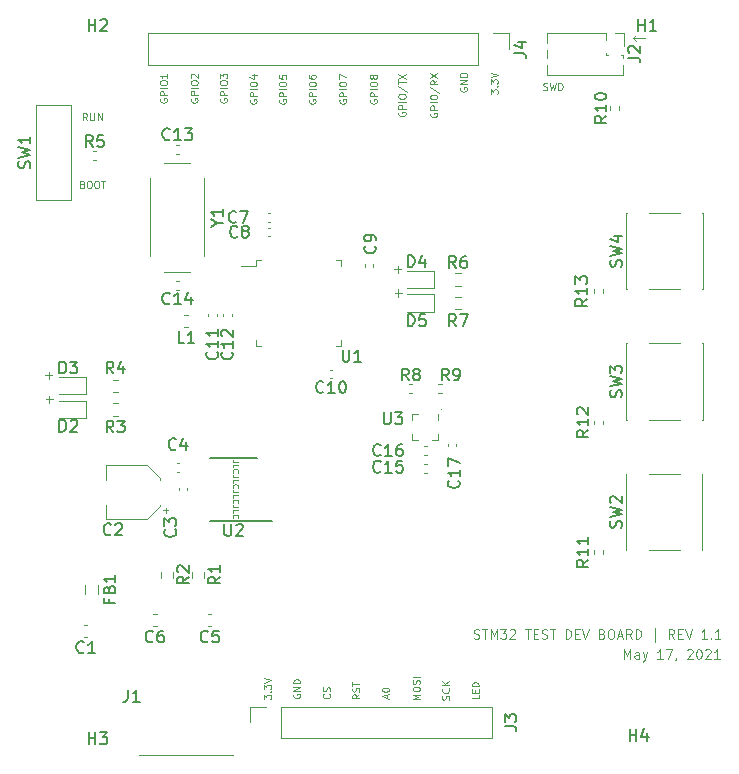
<source format=gbr>
%TF.GenerationSoftware,KiCad,Pcbnew,(5.1.9)-1*%
%TF.CreationDate,2021-05-17T17:29:26-07:00*%
%TF.ProjectId,dev_test_board_v1,6465765f-7465-4737-945f-626f6172645f,rev?*%
%TF.SameCoordinates,Original*%
%TF.FileFunction,Legend,Top*%
%TF.FilePolarity,Positive*%
%FSLAX46Y46*%
G04 Gerber Fmt 4.6, Leading zero omitted, Abs format (unit mm)*
G04 Created by KiCad (PCBNEW (5.1.9)-1) date 2021-05-17 17:29:26*
%MOMM*%
%LPD*%
G01*
G04 APERTURE LIST*
%ADD10C,0.080000*%
%ADD11C,0.120000*%
%ADD12C,0.100000*%
%ADD13C,0.150000*%
G04 APERTURE END LIST*
D10*
X235235714Y-71942857D02*
X235321428Y-71971428D01*
X235464285Y-71971428D01*
X235521428Y-71942857D01*
X235550000Y-71914285D01*
X235578571Y-71857142D01*
X235578571Y-71800000D01*
X235550000Y-71742857D01*
X235521428Y-71714285D01*
X235464285Y-71685714D01*
X235350000Y-71657142D01*
X235292857Y-71628571D01*
X235264285Y-71600000D01*
X235235714Y-71542857D01*
X235235714Y-71485714D01*
X235264285Y-71428571D01*
X235292857Y-71400000D01*
X235350000Y-71371428D01*
X235492857Y-71371428D01*
X235578571Y-71400000D01*
X235778571Y-71371428D02*
X235921428Y-71971428D01*
X236035714Y-71542857D01*
X236150000Y-71971428D01*
X236292857Y-71371428D01*
X236521428Y-71971428D02*
X236521428Y-71371428D01*
X236664285Y-71371428D01*
X236750000Y-71400000D01*
X236807142Y-71457142D01*
X236835714Y-71514285D01*
X236864285Y-71628571D01*
X236864285Y-71714285D01*
X236835714Y-71828571D01*
X236807142Y-71885714D01*
X236750000Y-71942857D01*
X236664285Y-71971428D01*
X236521428Y-71971428D01*
D11*
X242800000Y-67550000D02*
X243050000Y-67800000D01*
X242800000Y-67550000D02*
X243050000Y-67300000D01*
X243850000Y-67550000D02*
X242800000Y-67550000D01*
X222950000Y-88850000D02*
X222950000Y-89450000D01*
X222650000Y-89150000D02*
X223250000Y-89150000D01*
X222900000Y-86850000D02*
X222900000Y-87450000D01*
X222600000Y-87150000D02*
X223200000Y-87150000D01*
X193400000Y-97850000D02*
X193400000Y-98450000D01*
X193100000Y-98150000D02*
X193700000Y-98150000D01*
X193350000Y-95800000D02*
X193350000Y-96400000D01*
X193050000Y-96100000D02*
X193650000Y-96100000D01*
D10*
X196607142Y-74521428D02*
X196407142Y-74235714D01*
X196264285Y-74521428D02*
X196264285Y-73921428D01*
X196492857Y-73921428D01*
X196550000Y-73950000D01*
X196578571Y-73978571D01*
X196607142Y-74035714D01*
X196607142Y-74121428D01*
X196578571Y-74178571D01*
X196550000Y-74207142D01*
X196492857Y-74235714D01*
X196264285Y-74235714D01*
X196864285Y-73921428D02*
X196864285Y-74407142D01*
X196892857Y-74464285D01*
X196921428Y-74492857D01*
X196978571Y-74521428D01*
X197092857Y-74521428D01*
X197150000Y-74492857D01*
X197178571Y-74464285D01*
X197207142Y-74407142D01*
X197207142Y-73921428D01*
X197492857Y-74521428D02*
X197492857Y-73921428D01*
X197835714Y-74521428D01*
X197835714Y-73921428D01*
X196235714Y-79957142D02*
X196321428Y-79985714D01*
X196350000Y-80014285D01*
X196378571Y-80071428D01*
X196378571Y-80157142D01*
X196350000Y-80214285D01*
X196321428Y-80242857D01*
X196264285Y-80271428D01*
X196035714Y-80271428D01*
X196035714Y-79671428D01*
X196235714Y-79671428D01*
X196292857Y-79700000D01*
X196321428Y-79728571D01*
X196350000Y-79785714D01*
X196350000Y-79842857D01*
X196321428Y-79900000D01*
X196292857Y-79928571D01*
X196235714Y-79957142D01*
X196035714Y-79957142D01*
X196750000Y-79671428D02*
X196864285Y-79671428D01*
X196921428Y-79700000D01*
X196978571Y-79757142D01*
X197007142Y-79871428D01*
X197007142Y-80071428D01*
X196978571Y-80185714D01*
X196921428Y-80242857D01*
X196864285Y-80271428D01*
X196750000Y-80271428D01*
X196692857Y-80242857D01*
X196635714Y-80185714D01*
X196607142Y-80071428D01*
X196607142Y-79871428D01*
X196635714Y-79757142D01*
X196692857Y-79700000D01*
X196750000Y-79671428D01*
X197378571Y-79671428D02*
X197492857Y-79671428D01*
X197550000Y-79700000D01*
X197607142Y-79757142D01*
X197635714Y-79871428D01*
X197635714Y-80071428D01*
X197607142Y-80185714D01*
X197550000Y-80242857D01*
X197492857Y-80271428D01*
X197378571Y-80271428D01*
X197321428Y-80242857D01*
X197264285Y-80185714D01*
X197235714Y-80071428D01*
X197235714Y-79871428D01*
X197264285Y-79757142D01*
X197321428Y-79700000D01*
X197378571Y-79671428D01*
X197807142Y-79671428D02*
X198150000Y-79671428D01*
X197978571Y-80271428D02*
X197978571Y-79671428D01*
D11*
X210600000Y-86000000D02*
G75*
G03*
X210600000Y-86000000I-50000J0D01*
G01*
X212550000Y-108950000D02*
G75*
G03*
X212550000Y-108950000I-50000J0D01*
G01*
X226650000Y-99000000D02*
G75*
G03*
X226650000Y-99000000I-50000J0D01*
G01*
D10*
X230771428Y-72285714D02*
X230771428Y-71914285D01*
X231000000Y-72114285D01*
X231000000Y-72028571D01*
X231028571Y-71971428D01*
X231057142Y-71942857D01*
X231114285Y-71914285D01*
X231257142Y-71914285D01*
X231314285Y-71942857D01*
X231342857Y-71971428D01*
X231371428Y-72028571D01*
X231371428Y-72200000D01*
X231342857Y-72257142D01*
X231314285Y-72285714D01*
X231314285Y-71657142D02*
X231342857Y-71628571D01*
X231371428Y-71657142D01*
X231342857Y-71685714D01*
X231314285Y-71657142D01*
X231371428Y-71657142D01*
X230771428Y-71428571D02*
X230771428Y-71057142D01*
X231000000Y-71257142D01*
X231000000Y-71171428D01*
X231028571Y-71114285D01*
X231057142Y-71085714D01*
X231114285Y-71057142D01*
X231257142Y-71057142D01*
X231314285Y-71085714D01*
X231342857Y-71114285D01*
X231371428Y-71171428D01*
X231371428Y-71342857D01*
X231342857Y-71400000D01*
X231314285Y-71428571D01*
X230771428Y-70885714D02*
X231371428Y-70685714D01*
X230771428Y-70485714D01*
X228200000Y-71757142D02*
X228171428Y-71814285D01*
X228171428Y-71900000D01*
X228200000Y-71985714D01*
X228257142Y-72042857D01*
X228314285Y-72071428D01*
X228428571Y-72100000D01*
X228514285Y-72100000D01*
X228628571Y-72071428D01*
X228685714Y-72042857D01*
X228742857Y-71985714D01*
X228771428Y-71900000D01*
X228771428Y-71842857D01*
X228742857Y-71757142D01*
X228714285Y-71728571D01*
X228514285Y-71728571D01*
X228514285Y-71842857D01*
X228771428Y-71471428D02*
X228171428Y-71471428D01*
X228771428Y-71128571D01*
X228171428Y-71128571D01*
X228771428Y-70842857D02*
X228171428Y-70842857D01*
X228171428Y-70700000D01*
X228200000Y-70614285D01*
X228257142Y-70557142D01*
X228314285Y-70528571D01*
X228428571Y-70500000D01*
X228514285Y-70500000D01*
X228628571Y-70528571D01*
X228685714Y-70557142D01*
X228742857Y-70614285D01*
X228771428Y-70700000D01*
X228771428Y-70842857D01*
X225700000Y-73900000D02*
X225671428Y-73957142D01*
X225671428Y-74042857D01*
X225700000Y-74128571D01*
X225757142Y-74185714D01*
X225814285Y-74214285D01*
X225928571Y-74242857D01*
X226014285Y-74242857D01*
X226128571Y-74214285D01*
X226185714Y-74185714D01*
X226242857Y-74128571D01*
X226271428Y-74042857D01*
X226271428Y-73985714D01*
X226242857Y-73900000D01*
X226214285Y-73871428D01*
X226014285Y-73871428D01*
X226014285Y-73985714D01*
X226271428Y-73614285D02*
X225671428Y-73614285D01*
X225671428Y-73385714D01*
X225700000Y-73328571D01*
X225728571Y-73300000D01*
X225785714Y-73271428D01*
X225871428Y-73271428D01*
X225928571Y-73300000D01*
X225957142Y-73328571D01*
X225985714Y-73385714D01*
X225985714Y-73614285D01*
X226271428Y-73014285D02*
X225671428Y-73014285D01*
X225671428Y-72614285D02*
X225671428Y-72500000D01*
X225700000Y-72442857D01*
X225757142Y-72385714D01*
X225871428Y-72357142D01*
X226071428Y-72357142D01*
X226185714Y-72385714D01*
X226242857Y-72442857D01*
X226271428Y-72500000D01*
X226271428Y-72614285D01*
X226242857Y-72671428D01*
X226185714Y-72728571D01*
X226071428Y-72757142D01*
X225871428Y-72757142D01*
X225757142Y-72728571D01*
X225700000Y-72671428D01*
X225671428Y-72614285D01*
X225642857Y-71671428D02*
X226414285Y-72185714D01*
X226271428Y-71128571D02*
X225985714Y-71328571D01*
X226271428Y-71471428D02*
X225671428Y-71471428D01*
X225671428Y-71242857D01*
X225700000Y-71185714D01*
X225728571Y-71157142D01*
X225785714Y-71128571D01*
X225871428Y-71128571D01*
X225928571Y-71157142D01*
X225957142Y-71185714D01*
X225985714Y-71242857D01*
X225985714Y-71471428D01*
X225671428Y-70928571D02*
X226271428Y-70528571D01*
X225671428Y-70528571D02*
X226271428Y-70928571D01*
X223000000Y-73828571D02*
X222971428Y-73885714D01*
X222971428Y-73971428D01*
X223000000Y-74057142D01*
X223057142Y-74114285D01*
X223114285Y-74142857D01*
X223228571Y-74171428D01*
X223314285Y-74171428D01*
X223428571Y-74142857D01*
X223485714Y-74114285D01*
X223542857Y-74057142D01*
X223571428Y-73971428D01*
X223571428Y-73914285D01*
X223542857Y-73828571D01*
X223514285Y-73800000D01*
X223314285Y-73800000D01*
X223314285Y-73914285D01*
X223571428Y-73542857D02*
X222971428Y-73542857D01*
X222971428Y-73314285D01*
X223000000Y-73257142D01*
X223028571Y-73228571D01*
X223085714Y-73200000D01*
X223171428Y-73200000D01*
X223228571Y-73228571D01*
X223257142Y-73257142D01*
X223285714Y-73314285D01*
X223285714Y-73542857D01*
X223571428Y-72942857D02*
X222971428Y-72942857D01*
X222971428Y-72542857D02*
X222971428Y-72428571D01*
X223000000Y-72371428D01*
X223057142Y-72314285D01*
X223171428Y-72285714D01*
X223371428Y-72285714D01*
X223485714Y-72314285D01*
X223542857Y-72371428D01*
X223571428Y-72428571D01*
X223571428Y-72542857D01*
X223542857Y-72600000D01*
X223485714Y-72657142D01*
X223371428Y-72685714D01*
X223171428Y-72685714D01*
X223057142Y-72657142D01*
X223000000Y-72600000D01*
X222971428Y-72542857D01*
X222942857Y-71600000D02*
X223714285Y-72114285D01*
X222971428Y-71485714D02*
X222971428Y-71142857D01*
X223571428Y-71314285D02*
X222971428Y-71314285D01*
X222971428Y-71000000D02*
X223571428Y-70600000D01*
X222971428Y-70600000D02*
X223571428Y-71000000D01*
X220600000Y-72785714D02*
X220571428Y-72842857D01*
X220571428Y-72928571D01*
X220600000Y-73014285D01*
X220657142Y-73071428D01*
X220714285Y-73100000D01*
X220828571Y-73128571D01*
X220914285Y-73128571D01*
X221028571Y-73100000D01*
X221085714Y-73071428D01*
X221142857Y-73014285D01*
X221171428Y-72928571D01*
X221171428Y-72871428D01*
X221142857Y-72785714D01*
X221114285Y-72757142D01*
X220914285Y-72757142D01*
X220914285Y-72871428D01*
X221171428Y-72500000D02*
X220571428Y-72500000D01*
X220571428Y-72271428D01*
X220600000Y-72214285D01*
X220628571Y-72185714D01*
X220685714Y-72157142D01*
X220771428Y-72157142D01*
X220828571Y-72185714D01*
X220857142Y-72214285D01*
X220885714Y-72271428D01*
X220885714Y-72500000D01*
X221171428Y-71900000D02*
X220571428Y-71900000D01*
X220571428Y-71500000D02*
X220571428Y-71385714D01*
X220600000Y-71328571D01*
X220657142Y-71271428D01*
X220771428Y-71242857D01*
X220971428Y-71242857D01*
X221085714Y-71271428D01*
X221142857Y-71328571D01*
X221171428Y-71385714D01*
X221171428Y-71500000D01*
X221142857Y-71557142D01*
X221085714Y-71614285D01*
X220971428Y-71642857D01*
X220771428Y-71642857D01*
X220657142Y-71614285D01*
X220600000Y-71557142D01*
X220571428Y-71500000D01*
X220828571Y-70900000D02*
X220800000Y-70957142D01*
X220771428Y-70985714D01*
X220714285Y-71014285D01*
X220685714Y-71014285D01*
X220628571Y-70985714D01*
X220600000Y-70957142D01*
X220571428Y-70900000D01*
X220571428Y-70785714D01*
X220600000Y-70728571D01*
X220628571Y-70700000D01*
X220685714Y-70671428D01*
X220714285Y-70671428D01*
X220771428Y-70700000D01*
X220800000Y-70728571D01*
X220828571Y-70785714D01*
X220828571Y-70900000D01*
X220857142Y-70957142D01*
X220885714Y-70985714D01*
X220942857Y-71014285D01*
X221057142Y-71014285D01*
X221114285Y-70985714D01*
X221142857Y-70957142D01*
X221171428Y-70900000D01*
X221171428Y-70785714D01*
X221142857Y-70728571D01*
X221114285Y-70700000D01*
X221057142Y-70671428D01*
X220942857Y-70671428D01*
X220885714Y-70700000D01*
X220857142Y-70728571D01*
X220828571Y-70785714D01*
X218000000Y-72785714D02*
X217971428Y-72842857D01*
X217971428Y-72928571D01*
X218000000Y-73014285D01*
X218057142Y-73071428D01*
X218114285Y-73100000D01*
X218228571Y-73128571D01*
X218314285Y-73128571D01*
X218428571Y-73100000D01*
X218485714Y-73071428D01*
X218542857Y-73014285D01*
X218571428Y-72928571D01*
X218571428Y-72871428D01*
X218542857Y-72785714D01*
X218514285Y-72757142D01*
X218314285Y-72757142D01*
X218314285Y-72871428D01*
X218571428Y-72500000D02*
X217971428Y-72500000D01*
X217971428Y-72271428D01*
X218000000Y-72214285D01*
X218028571Y-72185714D01*
X218085714Y-72157142D01*
X218171428Y-72157142D01*
X218228571Y-72185714D01*
X218257142Y-72214285D01*
X218285714Y-72271428D01*
X218285714Y-72500000D01*
X218571428Y-71900000D02*
X217971428Y-71900000D01*
X217971428Y-71500000D02*
X217971428Y-71385714D01*
X218000000Y-71328571D01*
X218057142Y-71271428D01*
X218171428Y-71242857D01*
X218371428Y-71242857D01*
X218485714Y-71271428D01*
X218542857Y-71328571D01*
X218571428Y-71385714D01*
X218571428Y-71500000D01*
X218542857Y-71557142D01*
X218485714Y-71614285D01*
X218371428Y-71642857D01*
X218171428Y-71642857D01*
X218057142Y-71614285D01*
X218000000Y-71557142D01*
X217971428Y-71500000D01*
X217971428Y-71042857D02*
X217971428Y-70642857D01*
X218571428Y-70900000D01*
X215400000Y-72785714D02*
X215371428Y-72842857D01*
X215371428Y-72928571D01*
X215400000Y-73014285D01*
X215457142Y-73071428D01*
X215514285Y-73100000D01*
X215628571Y-73128571D01*
X215714285Y-73128571D01*
X215828571Y-73100000D01*
X215885714Y-73071428D01*
X215942857Y-73014285D01*
X215971428Y-72928571D01*
X215971428Y-72871428D01*
X215942857Y-72785714D01*
X215914285Y-72757142D01*
X215714285Y-72757142D01*
X215714285Y-72871428D01*
X215971428Y-72500000D02*
X215371428Y-72500000D01*
X215371428Y-72271428D01*
X215400000Y-72214285D01*
X215428571Y-72185714D01*
X215485714Y-72157142D01*
X215571428Y-72157142D01*
X215628571Y-72185714D01*
X215657142Y-72214285D01*
X215685714Y-72271428D01*
X215685714Y-72500000D01*
X215971428Y-71900000D02*
X215371428Y-71900000D01*
X215371428Y-71500000D02*
X215371428Y-71385714D01*
X215400000Y-71328571D01*
X215457142Y-71271428D01*
X215571428Y-71242857D01*
X215771428Y-71242857D01*
X215885714Y-71271428D01*
X215942857Y-71328571D01*
X215971428Y-71385714D01*
X215971428Y-71500000D01*
X215942857Y-71557142D01*
X215885714Y-71614285D01*
X215771428Y-71642857D01*
X215571428Y-71642857D01*
X215457142Y-71614285D01*
X215400000Y-71557142D01*
X215371428Y-71500000D01*
X215371428Y-70728571D02*
X215371428Y-70842857D01*
X215400000Y-70900000D01*
X215428571Y-70928571D01*
X215514285Y-70985714D01*
X215628571Y-71014285D01*
X215857142Y-71014285D01*
X215914285Y-70985714D01*
X215942857Y-70957142D01*
X215971428Y-70900000D01*
X215971428Y-70785714D01*
X215942857Y-70728571D01*
X215914285Y-70700000D01*
X215857142Y-70671428D01*
X215714285Y-70671428D01*
X215657142Y-70700000D01*
X215628571Y-70728571D01*
X215600000Y-70785714D01*
X215600000Y-70900000D01*
X215628571Y-70957142D01*
X215657142Y-70985714D01*
X215714285Y-71014285D01*
X212900000Y-72785714D02*
X212871428Y-72842857D01*
X212871428Y-72928571D01*
X212900000Y-73014285D01*
X212957142Y-73071428D01*
X213014285Y-73100000D01*
X213128571Y-73128571D01*
X213214285Y-73128571D01*
X213328571Y-73100000D01*
X213385714Y-73071428D01*
X213442857Y-73014285D01*
X213471428Y-72928571D01*
X213471428Y-72871428D01*
X213442857Y-72785714D01*
X213414285Y-72757142D01*
X213214285Y-72757142D01*
X213214285Y-72871428D01*
X213471428Y-72500000D02*
X212871428Y-72500000D01*
X212871428Y-72271428D01*
X212900000Y-72214285D01*
X212928571Y-72185714D01*
X212985714Y-72157142D01*
X213071428Y-72157142D01*
X213128571Y-72185714D01*
X213157142Y-72214285D01*
X213185714Y-72271428D01*
X213185714Y-72500000D01*
X213471428Y-71900000D02*
X212871428Y-71900000D01*
X212871428Y-71500000D02*
X212871428Y-71385714D01*
X212900000Y-71328571D01*
X212957142Y-71271428D01*
X213071428Y-71242857D01*
X213271428Y-71242857D01*
X213385714Y-71271428D01*
X213442857Y-71328571D01*
X213471428Y-71385714D01*
X213471428Y-71500000D01*
X213442857Y-71557142D01*
X213385714Y-71614285D01*
X213271428Y-71642857D01*
X213071428Y-71642857D01*
X212957142Y-71614285D01*
X212900000Y-71557142D01*
X212871428Y-71500000D01*
X212871428Y-70700000D02*
X212871428Y-70985714D01*
X213157142Y-71014285D01*
X213128571Y-70985714D01*
X213100000Y-70928571D01*
X213100000Y-70785714D01*
X213128571Y-70728571D01*
X213157142Y-70700000D01*
X213214285Y-70671428D01*
X213357142Y-70671428D01*
X213414285Y-70700000D01*
X213442857Y-70728571D01*
X213471428Y-70785714D01*
X213471428Y-70928571D01*
X213442857Y-70985714D01*
X213414285Y-71014285D01*
X210400000Y-72785714D02*
X210371428Y-72842857D01*
X210371428Y-72928571D01*
X210400000Y-73014285D01*
X210457142Y-73071428D01*
X210514285Y-73100000D01*
X210628571Y-73128571D01*
X210714285Y-73128571D01*
X210828571Y-73100000D01*
X210885714Y-73071428D01*
X210942857Y-73014285D01*
X210971428Y-72928571D01*
X210971428Y-72871428D01*
X210942857Y-72785714D01*
X210914285Y-72757142D01*
X210714285Y-72757142D01*
X210714285Y-72871428D01*
X210971428Y-72500000D02*
X210371428Y-72500000D01*
X210371428Y-72271428D01*
X210400000Y-72214285D01*
X210428571Y-72185714D01*
X210485714Y-72157142D01*
X210571428Y-72157142D01*
X210628571Y-72185714D01*
X210657142Y-72214285D01*
X210685714Y-72271428D01*
X210685714Y-72500000D01*
X210971428Y-71900000D02*
X210371428Y-71900000D01*
X210371428Y-71500000D02*
X210371428Y-71385714D01*
X210400000Y-71328571D01*
X210457142Y-71271428D01*
X210571428Y-71242857D01*
X210771428Y-71242857D01*
X210885714Y-71271428D01*
X210942857Y-71328571D01*
X210971428Y-71385714D01*
X210971428Y-71500000D01*
X210942857Y-71557142D01*
X210885714Y-71614285D01*
X210771428Y-71642857D01*
X210571428Y-71642857D01*
X210457142Y-71614285D01*
X210400000Y-71557142D01*
X210371428Y-71500000D01*
X210571428Y-70728571D02*
X210971428Y-70728571D01*
X210342857Y-70871428D02*
X210771428Y-71014285D01*
X210771428Y-70642857D01*
X207900000Y-72685714D02*
X207871428Y-72742857D01*
X207871428Y-72828571D01*
X207900000Y-72914285D01*
X207957142Y-72971428D01*
X208014285Y-73000000D01*
X208128571Y-73028571D01*
X208214285Y-73028571D01*
X208328571Y-73000000D01*
X208385714Y-72971428D01*
X208442857Y-72914285D01*
X208471428Y-72828571D01*
X208471428Y-72771428D01*
X208442857Y-72685714D01*
X208414285Y-72657142D01*
X208214285Y-72657142D01*
X208214285Y-72771428D01*
X208471428Y-72400000D02*
X207871428Y-72400000D01*
X207871428Y-72171428D01*
X207900000Y-72114285D01*
X207928571Y-72085714D01*
X207985714Y-72057142D01*
X208071428Y-72057142D01*
X208128571Y-72085714D01*
X208157142Y-72114285D01*
X208185714Y-72171428D01*
X208185714Y-72400000D01*
X208471428Y-71800000D02*
X207871428Y-71800000D01*
X207871428Y-71400000D02*
X207871428Y-71285714D01*
X207900000Y-71228571D01*
X207957142Y-71171428D01*
X208071428Y-71142857D01*
X208271428Y-71142857D01*
X208385714Y-71171428D01*
X208442857Y-71228571D01*
X208471428Y-71285714D01*
X208471428Y-71400000D01*
X208442857Y-71457142D01*
X208385714Y-71514285D01*
X208271428Y-71542857D01*
X208071428Y-71542857D01*
X207957142Y-71514285D01*
X207900000Y-71457142D01*
X207871428Y-71400000D01*
X207871428Y-70942857D02*
X207871428Y-70571428D01*
X208100000Y-70771428D01*
X208100000Y-70685714D01*
X208128571Y-70628571D01*
X208157142Y-70600000D01*
X208214285Y-70571428D01*
X208357142Y-70571428D01*
X208414285Y-70600000D01*
X208442857Y-70628571D01*
X208471428Y-70685714D01*
X208471428Y-70857142D01*
X208442857Y-70914285D01*
X208414285Y-70942857D01*
X205400000Y-72685714D02*
X205371428Y-72742857D01*
X205371428Y-72828571D01*
X205400000Y-72914285D01*
X205457142Y-72971428D01*
X205514285Y-73000000D01*
X205628571Y-73028571D01*
X205714285Y-73028571D01*
X205828571Y-73000000D01*
X205885714Y-72971428D01*
X205942857Y-72914285D01*
X205971428Y-72828571D01*
X205971428Y-72771428D01*
X205942857Y-72685714D01*
X205914285Y-72657142D01*
X205714285Y-72657142D01*
X205714285Y-72771428D01*
X205971428Y-72400000D02*
X205371428Y-72400000D01*
X205371428Y-72171428D01*
X205400000Y-72114285D01*
X205428571Y-72085714D01*
X205485714Y-72057142D01*
X205571428Y-72057142D01*
X205628571Y-72085714D01*
X205657142Y-72114285D01*
X205685714Y-72171428D01*
X205685714Y-72400000D01*
X205971428Y-71800000D02*
X205371428Y-71800000D01*
X205371428Y-71400000D02*
X205371428Y-71285714D01*
X205400000Y-71228571D01*
X205457142Y-71171428D01*
X205571428Y-71142857D01*
X205771428Y-71142857D01*
X205885714Y-71171428D01*
X205942857Y-71228571D01*
X205971428Y-71285714D01*
X205971428Y-71400000D01*
X205942857Y-71457142D01*
X205885714Y-71514285D01*
X205771428Y-71542857D01*
X205571428Y-71542857D01*
X205457142Y-71514285D01*
X205400000Y-71457142D01*
X205371428Y-71400000D01*
X205428571Y-70914285D02*
X205400000Y-70885714D01*
X205371428Y-70828571D01*
X205371428Y-70685714D01*
X205400000Y-70628571D01*
X205428571Y-70600000D01*
X205485714Y-70571428D01*
X205542857Y-70571428D01*
X205628571Y-70600000D01*
X205971428Y-70942857D01*
X205971428Y-70571428D01*
X202800000Y-72685714D02*
X202771428Y-72742857D01*
X202771428Y-72828571D01*
X202800000Y-72914285D01*
X202857142Y-72971428D01*
X202914285Y-73000000D01*
X203028571Y-73028571D01*
X203114285Y-73028571D01*
X203228571Y-73000000D01*
X203285714Y-72971428D01*
X203342857Y-72914285D01*
X203371428Y-72828571D01*
X203371428Y-72771428D01*
X203342857Y-72685714D01*
X203314285Y-72657142D01*
X203114285Y-72657142D01*
X203114285Y-72771428D01*
X203371428Y-72400000D02*
X202771428Y-72400000D01*
X202771428Y-72171428D01*
X202800000Y-72114285D01*
X202828571Y-72085714D01*
X202885714Y-72057142D01*
X202971428Y-72057142D01*
X203028571Y-72085714D01*
X203057142Y-72114285D01*
X203085714Y-72171428D01*
X203085714Y-72400000D01*
X203371428Y-71800000D02*
X202771428Y-71800000D01*
X202771428Y-71400000D02*
X202771428Y-71285714D01*
X202800000Y-71228571D01*
X202857142Y-71171428D01*
X202971428Y-71142857D01*
X203171428Y-71142857D01*
X203285714Y-71171428D01*
X203342857Y-71228571D01*
X203371428Y-71285714D01*
X203371428Y-71400000D01*
X203342857Y-71457142D01*
X203285714Y-71514285D01*
X203171428Y-71542857D01*
X202971428Y-71542857D01*
X202857142Y-71514285D01*
X202800000Y-71457142D01*
X202771428Y-71400000D01*
X203371428Y-70571428D02*
X203371428Y-70914285D01*
X203371428Y-70742857D02*
X202771428Y-70742857D01*
X202857142Y-70800000D01*
X202914285Y-70857142D01*
X202942857Y-70914285D01*
X229771428Y-123185714D02*
X229771428Y-123471428D01*
X229171428Y-123471428D01*
X229457142Y-122985714D02*
X229457142Y-122785714D01*
X229771428Y-122700000D02*
X229771428Y-122985714D01*
X229171428Y-122985714D01*
X229171428Y-122700000D01*
X229771428Y-122442857D02*
X229171428Y-122442857D01*
X229171428Y-122300000D01*
X229200000Y-122214285D01*
X229257142Y-122157142D01*
X229314285Y-122128571D01*
X229428571Y-122100000D01*
X229514285Y-122100000D01*
X229628571Y-122128571D01*
X229685714Y-122157142D01*
X229742857Y-122214285D01*
X229771428Y-122300000D01*
X229771428Y-122442857D01*
X227242857Y-123571428D02*
X227271428Y-123485714D01*
X227271428Y-123342857D01*
X227242857Y-123285714D01*
X227214285Y-123257142D01*
X227157142Y-123228571D01*
X227100000Y-123228571D01*
X227042857Y-123257142D01*
X227014285Y-123285714D01*
X226985714Y-123342857D01*
X226957142Y-123457142D01*
X226928571Y-123514285D01*
X226900000Y-123542857D01*
X226842857Y-123571428D01*
X226785714Y-123571428D01*
X226728571Y-123542857D01*
X226700000Y-123514285D01*
X226671428Y-123457142D01*
X226671428Y-123314285D01*
X226700000Y-123228571D01*
X227214285Y-122628571D02*
X227242857Y-122657142D01*
X227271428Y-122742857D01*
X227271428Y-122800000D01*
X227242857Y-122885714D01*
X227185714Y-122942857D01*
X227128571Y-122971428D01*
X227014285Y-123000000D01*
X226928571Y-123000000D01*
X226814285Y-122971428D01*
X226757142Y-122942857D01*
X226700000Y-122885714D01*
X226671428Y-122800000D01*
X226671428Y-122742857D01*
X226700000Y-122657142D01*
X226728571Y-122628571D01*
X227271428Y-122371428D02*
X226671428Y-122371428D01*
X227271428Y-122028571D02*
X226928571Y-122285714D01*
X226671428Y-122028571D02*
X227014285Y-122371428D01*
X224771428Y-123542857D02*
X224171428Y-123542857D01*
X224600000Y-123342857D01*
X224171428Y-123142857D01*
X224771428Y-123142857D01*
X224171428Y-122742857D02*
X224171428Y-122628571D01*
X224200000Y-122571428D01*
X224257142Y-122514285D01*
X224371428Y-122485714D01*
X224571428Y-122485714D01*
X224685714Y-122514285D01*
X224742857Y-122571428D01*
X224771428Y-122628571D01*
X224771428Y-122742857D01*
X224742857Y-122800000D01*
X224685714Y-122857142D01*
X224571428Y-122885714D01*
X224371428Y-122885714D01*
X224257142Y-122857142D01*
X224200000Y-122800000D01*
X224171428Y-122742857D01*
X224742857Y-122257142D02*
X224771428Y-122171428D01*
X224771428Y-122028571D01*
X224742857Y-121971428D01*
X224714285Y-121942857D01*
X224657142Y-121914285D01*
X224600000Y-121914285D01*
X224542857Y-121942857D01*
X224514285Y-121971428D01*
X224485714Y-122028571D01*
X224457142Y-122142857D01*
X224428571Y-122200000D01*
X224400000Y-122228571D01*
X224342857Y-122257142D01*
X224285714Y-122257142D01*
X224228571Y-122228571D01*
X224200000Y-122200000D01*
X224171428Y-122142857D01*
X224171428Y-122000000D01*
X224200000Y-121914285D01*
X224771428Y-121657142D02*
X224171428Y-121657142D01*
X222000000Y-123428571D02*
X222000000Y-123142857D01*
X222171428Y-123485714D02*
X221571428Y-123285714D01*
X222171428Y-123085714D01*
X221571428Y-122771428D02*
X221571428Y-122714285D01*
X221600000Y-122657142D01*
X221628571Y-122628571D01*
X221685714Y-122600000D01*
X221800000Y-122571428D01*
X221942857Y-122571428D01*
X222057142Y-122600000D01*
X222114285Y-122628571D01*
X222142857Y-122657142D01*
X222171428Y-122714285D01*
X222171428Y-122771428D01*
X222142857Y-122828571D01*
X222114285Y-122857142D01*
X222057142Y-122885714D01*
X221942857Y-122914285D01*
X221800000Y-122914285D01*
X221685714Y-122885714D01*
X221628571Y-122857142D01*
X221600000Y-122828571D01*
X221571428Y-122771428D01*
X219671428Y-123128571D02*
X219385714Y-123328571D01*
X219671428Y-123471428D02*
X219071428Y-123471428D01*
X219071428Y-123242857D01*
X219100000Y-123185714D01*
X219128571Y-123157142D01*
X219185714Y-123128571D01*
X219271428Y-123128571D01*
X219328571Y-123157142D01*
X219357142Y-123185714D01*
X219385714Y-123242857D01*
X219385714Y-123471428D01*
X219642857Y-122900000D02*
X219671428Y-122814285D01*
X219671428Y-122671428D01*
X219642857Y-122614285D01*
X219614285Y-122585714D01*
X219557142Y-122557142D01*
X219500000Y-122557142D01*
X219442857Y-122585714D01*
X219414285Y-122614285D01*
X219385714Y-122671428D01*
X219357142Y-122785714D01*
X219328571Y-122842857D01*
X219300000Y-122871428D01*
X219242857Y-122900000D01*
X219185714Y-122900000D01*
X219128571Y-122871428D01*
X219100000Y-122842857D01*
X219071428Y-122785714D01*
X219071428Y-122642857D01*
X219100000Y-122557142D01*
X219071428Y-122385714D02*
X219071428Y-122042857D01*
X219671428Y-122214285D02*
X219071428Y-122214285D01*
X217114285Y-123100000D02*
X217142857Y-123128571D01*
X217171428Y-123214285D01*
X217171428Y-123271428D01*
X217142857Y-123357142D01*
X217085714Y-123414285D01*
X217028571Y-123442857D01*
X216914285Y-123471428D01*
X216828571Y-123471428D01*
X216714285Y-123442857D01*
X216657142Y-123414285D01*
X216600000Y-123357142D01*
X216571428Y-123271428D01*
X216571428Y-123214285D01*
X216600000Y-123128571D01*
X216628571Y-123100000D01*
X217142857Y-122871428D02*
X217171428Y-122785714D01*
X217171428Y-122642857D01*
X217142857Y-122585714D01*
X217114285Y-122557142D01*
X217057142Y-122528571D01*
X217000000Y-122528571D01*
X216942857Y-122557142D01*
X216914285Y-122585714D01*
X216885714Y-122642857D01*
X216857142Y-122757142D01*
X216828571Y-122814285D01*
X216800000Y-122842857D01*
X216742857Y-122871428D01*
X216685714Y-122871428D01*
X216628571Y-122842857D01*
X216600000Y-122814285D01*
X216571428Y-122757142D01*
X216571428Y-122614285D01*
X216600000Y-122528571D01*
X214100000Y-123107142D02*
X214071428Y-123164285D01*
X214071428Y-123250000D01*
X214100000Y-123335714D01*
X214157142Y-123392857D01*
X214214285Y-123421428D01*
X214328571Y-123450000D01*
X214414285Y-123450000D01*
X214528571Y-123421428D01*
X214585714Y-123392857D01*
X214642857Y-123335714D01*
X214671428Y-123250000D01*
X214671428Y-123192857D01*
X214642857Y-123107142D01*
X214614285Y-123078571D01*
X214414285Y-123078571D01*
X214414285Y-123192857D01*
X214671428Y-122821428D02*
X214071428Y-122821428D01*
X214671428Y-122478571D01*
X214071428Y-122478571D01*
X214671428Y-122192857D02*
X214071428Y-122192857D01*
X214071428Y-122050000D01*
X214100000Y-121964285D01*
X214157142Y-121907142D01*
X214214285Y-121878571D01*
X214328571Y-121850000D01*
X214414285Y-121850000D01*
X214528571Y-121878571D01*
X214585714Y-121907142D01*
X214642857Y-121964285D01*
X214671428Y-122050000D01*
X214671428Y-122192857D01*
X211571428Y-123535714D02*
X211571428Y-123164285D01*
X211800000Y-123364285D01*
X211800000Y-123278571D01*
X211828571Y-123221428D01*
X211857142Y-123192857D01*
X211914285Y-123164285D01*
X212057142Y-123164285D01*
X212114285Y-123192857D01*
X212142857Y-123221428D01*
X212171428Y-123278571D01*
X212171428Y-123450000D01*
X212142857Y-123507142D01*
X212114285Y-123535714D01*
X212114285Y-122907142D02*
X212142857Y-122878571D01*
X212171428Y-122907142D01*
X212142857Y-122935714D01*
X212114285Y-122907142D01*
X212171428Y-122907142D01*
X211571428Y-122678571D02*
X211571428Y-122307142D01*
X211800000Y-122507142D01*
X211800000Y-122421428D01*
X211828571Y-122364285D01*
X211857142Y-122335714D01*
X211914285Y-122307142D01*
X212057142Y-122307142D01*
X212114285Y-122335714D01*
X212142857Y-122364285D01*
X212171428Y-122421428D01*
X212171428Y-122592857D01*
X212142857Y-122650000D01*
X212114285Y-122678571D01*
X211571428Y-122135714D02*
X212171428Y-121935714D01*
X211571428Y-121735714D01*
D11*
X242080952Y-120111904D02*
X242080952Y-119311904D01*
X242347619Y-119883333D01*
X242614285Y-119311904D01*
X242614285Y-120111904D01*
X243338095Y-120111904D02*
X243338095Y-119692857D01*
X243300000Y-119616666D01*
X243223809Y-119578571D01*
X243071428Y-119578571D01*
X242995238Y-119616666D01*
X243338095Y-120073809D02*
X243261904Y-120111904D01*
X243071428Y-120111904D01*
X242995238Y-120073809D01*
X242957142Y-119997619D01*
X242957142Y-119921428D01*
X242995238Y-119845238D01*
X243071428Y-119807142D01*
X243261904Y-119807142D01*
X243338095Y-119769047D01*
X243642857Y-119578571D02*
X243833333Y-120111904D01*
X244023809Y-119578571D02*
X243833333Y-120111904D01*
X243757142Y-120302380D01*
X243719047Y-120340476D01*
X243642857Y-120378571D01*
X245357142Y-120111904D02*
X244900000Y-120111904D01*
X245128571Y-120111904D02*
X245128571Y-119311904D01*
X245052380Y-119426190D01*
X244976190Y-119502380D01*
X244900000Y-119540476D01*
X245623809Y-119311904D02*
X246157142Y-119311904D01*
X245814285Y-120111904D01*
X246500000Y-120073809D02*
X246500000Y-120111904D01*
X246461904Y-120188095D01*
X246423809Y-120226190D01*
X247414285Y-119388095D02*
X247452380Y-119350000D01*
X247528571Y-119311904D01*
X247719047Y-119311904D01*
X247795238Y-119350000D01*
X247833333Y-119388095D01*
X247871428Y-119464285D01*
X247871428Y-119540476D01*
X247833333Y-119654761D01*
X247376190Y-120111904D01*
X247871428Y-120111904D01*
X248366666Y-119311904D02*
X248442857Y-119311904D01*
X248519047Y-119350000D01*
X248557142Y-119388095D01*
X248595238Y-119464285D01*
X248633333Y-119616666D01*
X248633333Y-119807142D01*
X248595238Y-119959523D01*
X248557142Y-120035714D01*
X248519047Y-120073809D01*
X248442857Y-120111904D01*
X248366666Y-120111904D01*
X248290476Y-120073809D01*
X248252380Y-120035714D01*
X248214285Y-119959523D01*
X248176190Y-119807142D01*
X248176190Y-119616666D01*
X248214285Y-119464285D01*
X248252380Y-119388095D01*
X248290476Y-119350000D01*
X248366666Y-119311904D01*
X248938095Y-119388095D02*
X248976190Y-119350000D01*
X249052380Y-119311904D01*
X249242857Y-119311904D01*
X249319047Y-119350000D01*
X249357142Y-119388095D01*
X249395238Y-119464285D01*
X249395238Y-119540476D01*
X249357142Y-119654761D01*
X248900000Y-120111904D01*
X249395238Y-120111904D01*
X250157142Y-120111904D02*
X249700000Y-120111904D01*
X249928571Y-120111904D02*
X249928571Y-119311904D01*
X249852380Y-119426190D01*
X249776190Y-119502380D01*
X249700000Y-119540476D01*
D12*
X209423809Y-103440476D02*
X209066666Y-103440476D01*
X208995238Y-103416666D01*
X208947619Y-103369047D01*
X208923809Y-103297619D01*
X208923809Y-103250000D01*
X208923809Y-103916666D02*
X208923809Y-103678571D01*
X209423809Y-103678571D01*
X208971428Y-104369047D02*
X208947619Y-104345238D01*
X208923809Y-104273809D01*
X208923809Y-104226190D01*
X208947619Y-104154761D01*
X208995238Y-104107142D01*
X209042857Y-104083333D01*
X209138095Y-104059523D01*
X209209523Y-104059523D01*
X209304761Y-104083333D01*
X209352380Y-104107142D01*
X209400000Y-104154761D01*
X209423809Y-104226190D01*
X209423809Y-104273809D01*
X209400000Y-104345238D01*
X209376190Y-104369047D01*
X209423809Y-104726190D02*
X209066666Y-104726190D01*
X208995238Y-104702380D01*
X208947619Y-104654761D01*
X208923809Y-104583333D01*
X208923809Y-104535714D01*
X208923809Y-105202380D02*
X208923809Y-104964285D01*
X209423809Y-104964285D01*
X208971428Y-105654761D02*
X208947619Y-105630952D01*
X208923809Y-105559523D01*
X208923809Y-105511904D01*
X208947619Y-105440476D01*
X208995238Y-105392857D01*
X209042857Y-105369047D01*
X209138095Y-105345238D01*
X209209523Y-105345238D01*
X209304761Y-105369047D01*
X209352380Y-105392857D01*
X209400000Y-105440476D01*
X209423809Y-105511904D01*
X209423809Y-105559523D01*
X209400000Y-105630952D01*
X209376190Y-105654761D01*
X209423809Y-106011904D02*
X209066666Y-106011904D01*
X208995238Y-105988095D01*
X208947619Y-105940476D01*
X208923809Y-105869047D01*
X208923809Y-105821428D01*
X208923809Y-106488095D02*
X208923809Y-106250000D01*
X209423809Y-106250000D01*
X208971428Y-106940476D02*
X208947619Y-106916666D01*
X208923809Y-106845238D01*
X208923809Y-106797619D01*
X208947619Y-106726190D01*
X208995238Y-106678571D01*
X209042857Y-106654761D01*
X209138095Y-106630952D01*
X209209523Y-106630952D01*
X209304761Y-106654761D01*
X209352380Y-106678571D01*
X209400000Y-106726190D01*
X209423809Y-106797619D01*
X209423809Y-106845238D01*
X209400000Y-106916666D01*
X209376190Y-106940476D01*
X209423809Y-107297619D02*
X209066666Y-107297619D01*
X208995238Y-107273809D01*
X208947619Y-107226190D01*
X208923809Y-107154761D01*
X208923809Y-107107142D01*
X208923809Y-107773809D02*
X208923809Y-107535714D01*
X209423809Y-107535714D01*
X208971428Y-108226190D02*
X208947619Y-108202380D01*
X208923809Y-108130952D01*
X208923809Y-108083333D01*
X208947619Y-108011904D01*
X208995238Y-107964285D01*
X209042857Y-107940476D01*
X209138095Y-107916666D01*
X209209523Y-107916666D01*
X209304761Y-107940476D01*
X209352380Y-107964285D01*
X209400000Y-108011904D01*
X209423809Y-108083333D01*
X209423809Y-108130952D01*
X209400000Y-108202380D01*
X209376190Y-108226190D01*
D11*
X229361904Y-118373809D02*
X229476190Y-118411904D01*
X229666666Y-118411904D01*
X229742857Y-118373809D01*
X229780952Y-118335714D01*
X229819047Y-118259523D01*
X229819047Y-118183333D01*
X229780952Y-118107142D01*
X229742857Y-118069047D01*
X229666666Y-118030952D01*
X229514285Y-117992857D01*
X229438095Y-117954761D01*
X229400000Y-117916666D01*
X229361904Y-117840476D01*
X229361904Y-117764285D01*
X229400000Y-117688095D01*
X229438095Y-117650000D01*
X229514285Y-117611904D01*
X229704761Y-117611904D01*
X229819047Y-117650000D01*
X230047619Y-117611904D02*
X230504761Y-117611904D01*
X230276190Y-118411904D02*
X230276190Y-117611904D01*
X230771428Y-118411904D02*
X230771428Y-117611904D01*
X231038095Y-118183333D01*
X231304761Y-117611904D01*
X231304761Y-118411904D01*
X231609523Y-117611904D02*
X232104761Y-117611904D01*
X231838095Y-117916666D01*
X231952380Y-117916666D01*
X232028571Y-117954761D01*
X232066666Y-117992857D01*
X232104761Y-118069047D01*
X232104761Y-118259523D01*
X232066666Y-118335714D01*
X232028571Y-118373809D01*
X231952380Y-118411904D01*
X231723809Y-118411904D01*
X231647619Y-118373809D01*
X231609523Y-118335714D01*
X232409523Y-117688095D02*
X232447619Y-117650000D01*
X232523809Y-117611904D01*
X232714285Y-117611904D01*
X232790476Y-117650000D01*
X232828571Y-117688095D01*
X232866666Y-117764285D01*
X232866666Y-117840476D01*
X232828571Y-117954761D01*
X232371428Y-118411904D01*
X232866666Y-118411904D01*
X233704761Y-117611904D02*
X234161904Y-117611904D01*
X233933333Y-118411904D02*
X233933333Y-117611904D01*
X234428571Y-117992857D02*
X234695238Y-117992857D01*
X234809523Y-118411904D02*
X234428571Y-118411904D01*
X234428571Y-117611904D01*
X234809523Y-117611904D01*
X235114285Y-118373809D02*
X235228571Y-118411904D01*
X235419047Y-118411904D01*
X235495238Y-118373809D01*
X235533333Y-118335714D01*
X235571428Y-118259523D01*
X235571428Y-118183333D01*
X235533333Y-118107142D01*
X235495238Y-118069047D01*
X235419047Y-118030952D01*
X235266666Y-117992857D01*
X235190476Y-117954761D01*
X235152380Y-117916666D01*
X235114285Y-117840476D01*
X235114285Y-117764285D01*
X235152380Y-117688095D01*
X235190476Y-117650000D01*
X235266666Y-117611904D01*
X235457142Y-117611904D01*
X235571428Y-117650000D01*
X235800000Y-117611904D02*
X236257142Y-117611904D01*
X236028571Y-118411904D02*
X236028571Y-117611904D01*
X237133333Y-118411904D02*
X237133333Y-117611904D01*
X237323809Y-117611904D01*
X237438095Y-117650000D01*
X237514285Y-117726190D01*
X237552380Y-117802380D01*
X237590476Y-117954761D01*
X237590476Y-118069047D01*
X237552380Y-118221428D01*
X237514285Y-118297619D01*
X237438095Y-118373809D01*
X237323809Y-118411904D01*
X237133333Y-118411904D01*
X237933333Y-117992857D02*
X238200000Y-117992857D01*
X238314285Y-118411904D02*
X237933333Y-118411904D01*
X237933333Y-117611904D01*
X238314285Y-117611904D01*
X238542857Y-117611904D02*
X238809523Y-118411904D01*
X239076190Y-117611904D01*
X240219047Y-117992857D02*
X240333333Y-118030952D01*
X240371428Y-118069047D01*
X240409523Y-118145238D01*
X240409523Y-118259523D01*
X240371428Y-118335714D01*
X240333333Y-118373809D01*
X240257142Y-118411904D01*
X239952380Y-118411904D01*
X239952380Y-117611904D01*
X240219047Y-117611904D01*
X240295238Y-117650000D01*
X240333333Y-117688095D01*
X240371428Y-117764285D01*
X240371428Y-117840476D01*
X240333333Y-117916666D01*
X240295238Y-117954761D01*
X240219047Y-117992857D01*
X239952380Y-117992857D01*
X240904761Y-117611904D02*
X241057142Y-117611904D01*
X241133333Y-117650000D01*
X241209523Y-117726190D01*
X241247619Y-117878571D01*
X241247619Y-118145238D01*
X241209523Y-118297619D01*
X241133333Y-118373809D01*
X241057142Y-118411904D01*
X240904761Y-118411904D01*
X240828571Y-118373809D01*
X240752380Y-118297619D01*
X240714285Y-118145238D01*
X240714285Y-117878571D01*
X240752380Y-117726190D01*
X240828571Y-117650000D01*
X240904761Y-117611904D01*
X241552380Y-118183333D02*
X241933333Y-118183333D01*
X241476190Y-118411904D02*
X241742857Y-117611904D01*
X242009523Y-118411904D01*
X242733333Y-118411904D02*
X242466666Y-118030952D01*
X242276190Y-118411904D02*
X242276190Y-117611904D01*
X242580952Y-117611904D01*
X242657142Y-117650000D01*
X242695238Y-117688095D01*
X242733333Y-117764285D01*
X242733333Y-117878571D01*
X242695238Y-117954761D01*
X242657142Y-117992857D01*
X242580952Y-118030952D01*
X242276190Y-118030952D01*
X243076190Y-118411904D02*
X243076190Y-117611904D01*
X243266666Y-117611904D01*
X243380952Y-117650000D01*
X243457142Y-117726190D01*
X243495238Y-117802380D01*
X243533333Y-117954761D01*
X243533333Y-118069047D01*
X243495238Y-118221428D01*
X243457142Y-118297619D01*
X243380952Y-118373809D01*
X243266666Y-118411904D01*
X243076190Y-118411904D01*
X244676190Y-118678571D02*
X244676190Y-117535714D01*
X246314285Y-118411904D02*
X246047619Y-118030952D01*
X245857142Y-118411904D02*
X245857142Y-117611904D01*
X246161904Y-117611904D01*
X246238095Y-117650000D01*
X246276190Y-117688095D01*
X246314285Y-117764285D01*
X246314285Y-117878571D01*
X246276190Y-117954761D01*
X246238095Y-117992857D01*
X246161904Y-118030952D01*
X245857142Y-118030952D01*
X246657142Y-117992857D02*
X246923809Y-117992857D01*
X247038095Y-118411904D02*
X246657142Y-118411904D01*
X246657142Y-117611904D01*
X247038095Y-117611904D01*
X247266666Y-117611904D02*
X247533333Y-118411904D01*
X247800000Y-117611904D01*
X249095238Y-118411904D02*
X248638095Y-118411904D01*
X248866666Y-118411904D02*
X248866666Y-117611904D01*
X248790476Y-117726190D01*
X248714285Y-117802380D01*
X248638095Y-117840476D01*
X249438095Y-118335714D02*
X249476190Y-118373809D01*
X249438095Y-118411904D01*
X249400000Y-118373809D01*
X249438095Y-118335714D01*
X249438095Y-118411904D01*
X250238095Y-118411904D02*
X249780952Y-118411904D01*
X250009523Y-118411904D02*
X250009523Y-117611904D01*
X249933333Y-117726190D01*
X249857142Y-117802380D01*
X249780952Y-117840476D01*
%TO.C,J1*%
X208975000Y-128250000D02*
X201025000Y-128250000D01*
%TO.C,R2*%
X203872500Y-112762742D02*
X203872500Y-113237258D01*
X202827500Y-112762742D02*
X202827500Y-113237258D01*
%TO.C,R1*%
X206522500Y-112762742D02*
X206522500Y-113237258D01*
X205477500Y-112762742D02*
X205477500Y-113237258D01*
%TO.C,R13*%
X240280000Y-88846359D02*
X240280000Y-89153641D01*
X239520000Y-88846359D02*
X239520000Y-89153641D01*
%TO.C,R12*%
X240280000Y-99946359D02*
X240280000Y-100253641D01*
X239520000Y-99946359D02*
X239520000Y-100253641D01*
%TO.C,R11*%
X240280000Y-110946359D02*
X240280000Y-111253641D01*
X239520000Y-110946359D02*
X239520000Y-111253641D01*
%TO.C,SW4*%
X242260000Y-82350000D02*
X242290000Y-82350000D01*
X248720000Y-82350000D02*
X248690000Y-82350000D01*
X248720000Y-88810000D02*
X248690000Y-88810000D01*
X242290000Y-88810000D02*
X242260000Y-88810000D01*
X244190000Y-82350000D02*
X246790000Y-82350000D01*
X242260000Y-88810000D02*
X242260000Y-82350000D01*
X244190000Y-88810000D02*
X246790000Y-88810000D01*
X248720000Y-88810000D02*
X248720000Y-82350000D01*
%TO.C,SW3*%
X242260000Y-93400000D02*
X242290000Y-93400000D01*
X248720000Y-93400000D02*
X248690000Y-93400000D01*
X248720000Y-99860000D02*
X248690000Y-99860000D01*
X242290000Y-99860000D02*
X242260000Y-99860000D01*
X244190000Y-93400000D02*
X246790000Y-93400000D01*
X242260000Y-99860000D02*
X242260000Y-93400000D01*
X244190000Y-99860000D02*
X246790000Y-99860000D01*
X248720000Y-99860000D02*
X248720000Y-93400000D01*
%TO.C,D2*%
X196485000Y-98265000D02*
X194200000Y-98265000D01*
X196485000Y-99735000D02*
X196485000Y-98265000D01*
X194200000Y-99735000D02*
X196485000Y-99735000D01*
%TO.C,D3*%
X194200000Y-97735000D02*
X196485000Y-97735000D01*
X196485000Y-97735000D02*
X196485000Y-96265000D01*
X196485000Y-96265000D02*
X194200000Y-96265000D01*
%TO.C,R4*%
X198762742Y-96477500D02*
X199237258Y-96477500D01*
X198762742Y-97522500D02*
X199237258Y-97522500D01*
%TO.C,R3*%
X198762742Y-99522500D02*
X199237258Y-99522500D01*
X198762742Y-98477500D02*
X199237258Y-98477500D01*
%TO.C,SW1*%
X195250000Y-73250000D02*
X192250000Y-73250000D01*
X192250000Y-73250000D02*
X192250000Y-81250000D01*
X192250000Y-81250000D02*
X195250000Y-81250000D01*
X195250000Y-73250000D02*
X195250000Y-81250000D01*
%TO.C,C1*%
X196640580Y-118260000D02*
X196359420Y-118260000D01*
X196640580Y-117240000D02*
X196359420Y-117240000D01*
%TO.C,C2*%
X198240000Y-103740000D02*
X198240000Y-104940000D01*
X198240000Y-108260000D02*
X198240000Y-107060000D01*
X201695563Y-108260000D02*
X198240000Y-108260000D01*
X201695563Y-103740000D02*
X198240000Y-103740000D01*
X202760000Y-104804437D02*
X202760000Y-104940000D01*
X202760000Y-107195563D02*
X202760000Y-107060000D01*
X202760000Y-107195563D02*
X201695563Y-108260000D01*
X202760000Y-104804437D02*
X201695563Y-103740000D01*
X203500000Y-107560000D02*
X203000000Y-107560000D01*
X203250000Y-107810000D02*
X203250000Y-107310000D01*
%TO.C,C3*%
X205110000Y-105642164D02*
X205110000Y-105857836D01*
X204390000Y-105642164D02*
X204390000Y-105857836D01*
%TO.C,C4*%
X204407836Y-103540000D02*
X204192164Y-103540000D01*
X204407836Y-104260000D02*
X204192164Y-104260000D01*
%TO.C,C5*%
X207140580Y-117360000D02*
X206859420Y-117360000D01*
X207140580Y-116340000D02*
X206859420Y-116340000D01*
%TO.C,C6*%
X202490580Y-116340000D02*
X202209420Y-116340000D01*
X202490580Y-117360000D02*
X202209420Y-117360000D01*
%TO.C,C7*%
X211892164Y-82390000D02*
X212107836Y-82390000D01*
X211892164Y-83110000D02*
X212107836Y-83110000D01*
%TO.C,C8*%
X211892164Y-84360000D02*
X212107836Y-84360000D01*
X211892164Y-83640000D02*
X212107836Y-83640000D01*
%TO.C,C9*%
X220860000Y-86692164D02*
X220860000Y-86907836D01*
X220140000Y-86692164D02*
X220140000Y-86907836D01*
%TO.C,C10*%
X217357836Y-96360000D02*
X217142164Y-96360000D01*
X217357836Y-95640000D02*
X217142164Y-95640000D01*
%TO.C,C11*%
X207610000Y-91107836D02*
X207610000Y-90892164D01*
X206890000Y-91107836D02*
X206890000Y-90892164D01*
%TO.C,C12*%
X208140000Y-91107836D02*
X208140000Y-90892164D01*
X208860000Y-91107836D02*
X208860000Y-90892164D01*
%TO.C,C13*%
X204357836Y-77360000D02*
X204142164Y-77360000D01*
X204357836Y-76640000D02*
X204142164Y-76640000D01*
%TO.C,C14*%
X204357836Y-88860000D02*
X204142164Y-88860000D01*
X204357836Y-88140000D02*
X204142164Y-88140000D01*
%TO.C,C15*%
X225357836Y-103640000D02*
X225142164Y-103640000D01*
X225357836Y-104360000D02*
X225142164Y-104360000D01*
%TO.C,C16*%
X225357836Y-102140000D02*
X225142164Y-102140000D01*
X225357836Y-102860000D02*
X225142164Y-102860000D01*
%TO.C,C17*%
X227140000Y-101892164D02*
X227140000Y-102107836D01*
X227860000Y-101892164D02*
X227860000Y-102107836D01*
%TO.C,D4*%
X225985000Y-87265000D02*
X223700000Y-87265000D01*
X225985000Y-88735000D02*
X225985000Y-87265000D01*
X223700000Y-88735000D02*
X225985000Y-88735000D01*
%TO.C,D5*%
X223700000Y-90735000D02*
X225985000Y-90735000D01*
X225985000Y-90735000D02*
X225985000Y-89265000D01*
X225985000Y-89265000D02*
X223700000Y-89265000D01*
%TO.C,FB1*%
X197560000Y-113850378D02*
X197560000Y-114649622D01*
X196440000Y-113850378D02*
X196440000Y-114649622D01*
%TO.C,J2*%
X235515000Y-67120000D02*
X235515000Y-67942470D01*
X235515000Y-69827530D02*
X235515000Y-70650000D01*
X235515000Y-68557530D02*
X235515000Y-69212470D01*
X240530000Y-67120000D02*
X235515000Y-67120000D01*
X241985000Y-70650000D02*
X235515000Y-70650000D01*
X240530000Y-67120000D02*
X240530000Y-67686529D01*
X240530000Y-68813471D02*
X240530000Y-68956529D01*
X240583471Y-69010000D02*
X240726529Y-69010000D01*
X241853471Y-69010000D02*
X241985000Y-69010000D01*
X241985000Y-69010000D02*
X241985000Y-69212470D01*
X241985000Y-69827530D02*
X241985000Y-70650000D01*
X241290000Y-67120000D02*
X242050000Y-67120000D01*
X242050000Y-67120000D02*
X242050000Y-68250000D01*
%TO.C,J3*%
X213020000Y-126830000D02*
X213020000Y-124170000D01*
X213020000Y-126830000D02*
X230860000Y-126830000D01*
X230860000Y-126830000D02*
X230860000Y-124170000D01*
X213020000Y-124170000D02*
X230860000Y-124170000D01*
X210420000Y-124170000D02*
X211750000Y-124170000D01*
X210420000Y-125500000D02*
X210420000Y-124170000D01*
%TO.C,J4*%
X201730000Y-67170000D02*
X201730000Y-69830000D01*
X229730000Y-67170000D02*
X201730000Y-67170000D01*
X229730000Y-69830000D02*
X201730000Y-69830000D01*
X229730000Y-67170000D02*
X229730000Y-69830000D01*
X231000000Y-67170000D02*
X232330000Y-67170000D01*
X232330000Y-67170000D02*
X232330000Y-68500000D01*
%TO.C,L1*%
X205162779Y-92010000D02*
X204837221Y-92010000D01*
X205162779Y-90990000D02*
X204837221Y-90990000D01*
%TO.C,R5*%
X197096359Y-77120000D02*
X197403641Y-77120000D01*
X197096359Y-77880000D02*
X197403641Y-77880000D01*
%TO.C,R6*%
X227762742Y-87477500D02*
X228237258Y-87477500D01*
X227762742Y-88522500D02*
X228237258Y-88522500D01*
%TO.C,R7*%
X227762742Y-90522500D02*
X228237258Y-90522500D01*
X227762742Y-89477500D02*
X228237258Y-89477500D01*
%TO.C,R8*%
X224153641Y-97630000D02*
X223846359Y-97630000D01*
X224153641Y-96870000D02*
X223846359Y-96870000D01*
%TO.C,R9*%
X226653641Y-96870000D02*
X226346359Y-96870000D01*
X226653641Y-97630000D02*
X226346359Y-97630000D01*
%TO.C,R10*%
X241680000Y-73653641D02*
X241680000Y-73346359D01*
X240920000Y-73653641D02*
X240920000Y-73346359D01*
%TO.C,SW2*%
X242245000Y-104445000D02*
X242275000Y-104445000D01*
X248705000Y-104445000D02*
X248675000Y-104445000D01*
X248705000Y-110905000D02*
X248675000Y-110905000D01*
X242275000Y-110905000D02*
X242245000Y-110905000D01*
X244175000Y-104445000D02*
X246775000Y-104445000D01*
X242245000Y-110905000D02*
X242245000Y-104445000D01*
X244175000Y-110905000D02*
X246775000Y-110905000D01*
X248705000Y-110905000D02*
X248705000Y-104445000D01*
%TO.C,U1*%
X217660000Y-93610000D02*
X218110000Y-93610000D01*
X218110000Y-93610000D02*
X218110000Y-93160000D01*
X211340000Y-93610000D02*
X210890000Y-93610000D01*
X210890000Y-93610000D02*
X210890000Y-93160000D01*
X217660000Y-86390000D02*
X218110000Y-86390000D01*
X218110000Y-86390000D02*
X218110000Y-86840000D01*
X211340000Y-86390000D02*
X210890000Y-86390000D01*
X210890000Y-86390000D02*
X210890000Y-86840000D01*
X210890000Y-86840000D02*
X209600000Y-86840000D01*
D13*
%TO.C,U2*%
X211000000Y-103075000D02*
X207000000Y-103075000D01*
X212275000Y-108475000D02*
X207000000Y-108475000D01*
D11*
%TO.C,U3*%
X226350000Y-101100000D02*
X226350000Y-101600000D01*
X226350000Y-101600000D02*
X225850000Y-101600000D01*
X225850000Y-101600000D02*
X225850000Y-101600000D01*
X224650000Y-101600000D02*
X224150000Y-101600000D01*
X224150000Y-101600000D02*
X224150000Y-101100000D01*
X224150000Y-101100000D02*
X224150000Y-101100000D01*
X224150000Y-99900000D02*
X224150000Y-99400000D01*
X224150000Y-99400000D02*
X224650000Y-99400000D01*
X224650000Y-99400000D02*
X224650000Y-99400000D01*
X226350000Y-99900000D02*
X226350000Y-99400000D01*
X226350000Y-99400000D02*
X226350000Y-99400000D01*
%TO.C,Y1*%
X206550000Y-79450000D02*
X206550000Y-86050000D01*
X201950000Y-86050000D02*
X201950000Y-79450000D01*
X205350000Y-78100000D02*
X203150000Y-78100000D01*
X205350000Y-87375000D02*
X203150000Y-87375000D01*
%TO.C,J1*%
D13*
X200066666Y-122752380D02*
X200066666Y-123466666D01*
X200019047Y-123609523D01*
X199923809Y-123704761D01*
X199780952Y-123752380D01*
X199685714Y-123752380D01*
X201066666Y-123752380D02*
X200495238Y-123752380D01*
X200780952Y-123752380D02*
X200780952Y-122752380D01*
X200685714Y-122895238D01*
X200590476Y-122990476D01*
X200495238Y-123038095D01*
%TO.C,R2*%
X205232380Y-113166666D02*
X204756190Y-113500000D01*
X205232380Y-113738095D02*
X204232380Y-113738095D01*
X204232380Y-113357142D01*
X204280000Y-113261904D01*
X204327619Y-113214285D01*
X204422857Y-113166666D01*
X204565714Y-113166666D01*
X204660952Y-113214285D01*
X204708571Y-113261904D01*
X204756190Y-113357142D01*
X204756190Y-113738095D01*
X204327619Y-112785714D02*
X204280000Y-112738095D01*
X204232380Y-112642857D01*
X204232380Y-112404761D01*
X204280000Y-112309523D01*
X204327619Y-112261904D01*
X204422857Y-112214285D01*
X204518095Y-112214285D01*
X204660952Y-112261904D01*
X205232380Y-112833333D01*
X205232380Y-112214285D01*
%TO.C,R1*%
X207882380Y-113166666D02*
X207406190Y-113500000D01*
X207882380Y-113738095D02*
X206882380Y-113738095D01*
X206882380Y-113357142D01*
X206930000Y-113261904D01*
X206977619Y-113214285D01*
X207072857Y-113166666D01*
X207215714Y-113166666D01*
X207310952Y-113214285D01*
X207358571Y-113261904D01*
X207406190Y-113357142D01*
X207406190Y-113738095D01*
X207882380Y-112214285D02*
X207882380Y-112785714D01*
X207882380Y-112500000D02*
X206882380Y-112500000D01*
X207025238Y-112595238D01*
X207120476Y-112690476D01*
X207168095Y-112785714D01*
%TO.C,R13*%
X238952380Y-89642857D02*
X238476190Y-89976190D01*
X238952380Y-90214285D02*
X237952380Y-90214285D01*
X237952380Y-89833333D01*
X238000000Y-89738095D01*
X238047619Y-89690476D01*
X238142857Y-89642857D01*
X238285714Y-89642857D01*
X238380952Y-89690476D01*
X238428571Y-89738095D01*
X238476190Y-89833333D01*
X238476190Y-90214285D01*
X238952380Y-88690476D02*
X238952380Y-89261904D01*
X238952380Y-88976190D02*
X237952380Y-88976190D01*
X238095238Y-89071428D01*
X238190476Y-89166666D01*
X238238095Y-89261904D01*
X237952380Y-88357142D02*
X237952380Y-87738095D01*
X238333333Y-88071428D01*
X238333333Y-87928571D01*
X238380952Y-87833333D01*
X238428571Y-87785714D01*
X238523809Y-87738095D01*
X238761904Y-87738095D01*
X238857142Y-87785714D01*
X238904761Y-87833333D01*
X238952380Y-87928571D01*
X238952380Y-88214285D01*
X238904761Y-88309523D01*
X238857142Y-88357142D01*
%TO.C,R12*%
X239052380Y-100742857D02*
X238576190Y-101076190D01*
X239052380Y-101314285D02*
X238052380Y-101314285D01*
X238052380Y-100933333D01*
X238100000Y-100838095D01*
X238147619Y-100790476D01*
X238242857Y-100742857D01*
X238385714Y-100742857D01*
X238480952Y-100790476D01*
X238528571Y-100838095D01*
X238576190Y-100933333D01*
X238576190Y-101314285D01*
X239052380Y-99790476D02*
X239052380Y-100361904D01*
X239052380Y-100076190D02*
X238052380Y-100076190D01*
X238195238Y-100171428D01*
X238290476Y-100266666D01*
X238338095Y-100361904D01*
X238147619Y-99409523D02*
X238100000Y-99361904D01*
X238052380Y-99266666D01*
X238052380Y-99028571D01*
X238100000Y-98933333D01*
X238147619Y-98885714D01*
X238242857Y-98838095D01*
X238338095Y-98838095D01*
X238480952Y-98885714D01*
X239052380Y-99457142D01*
X239052380Y-98838095D01*
%TO.C,R11*%
X239052380Y-111742857D02*
X238576190Y-112076190D01*
X239052380Y-112314285D02*
X238052380Y-112314285D01*
X238052380Y-111933333D01*
X238100000Y-111838095D01*
X238147619Y-111790476D01*
X238242857Y-111742857D01*
X238385714Y-111742857D01*
X238480952Y-111790476D01*
X238528571Y-111838095D01*
X238576190Y-111933333D01*
X238576190Y-112314285D01*
X239052380Y-110790476D02*
X239052380Y-111361904D01*
X239052380Y-111076190D02*
X238052380Y-111076190D01*
X238195238Y-111171428D01*
X238290476Y-111266666D01*
X238338095Y-111361904D01*
X239052380Y-109838095D02*
X239052380Y-110409523D01*
X239052380Y-110123809D02*
X238052380Y-110123809D01*
X238195238Y-110219047D01*
X238290476Y-110314285D01*
X238338095Y-110409523D01*
%TO.C,SW4*%
X241844761Y-86913333D02*
X241892380Y-86770476D01*
X241892380Y-86532380D01*
X241844761Y-86437142D01*
X241797142Y-86389523D01*
X241701904Y-86341904D01*
X241606666Y-86341904D01*
X241511428Y-86389523D01*
X241463809Y-86437142D01*
X241416190Y-86532380D01*
X241368571Y-86722857D01*
X241320952Y-86818095D01*
X241273333Y-86865714D01*
X241178095Y-86913333D01*
X241082857Y-86913333D01*
X240987619Y-86865714D01*
X240940000Y-86818095D01*
X240892380Y-86722857D01*
X240892380Y-86484761D01*
X240940000Y-86341904D01*
X240892380Y-86008571D02*
X241892380Y-85770476D01*
X241178095Y-85580000D01*
X241892380Y-85389523D01*
X240892380Y-85151428D01*
X241225714Y-84341904D02*
X241892380Y-84341904D01*
X240844761Y-84580000D02*
X241559047Y-84818095D01*
X241559047Y-84199047D01*
%TO.C,SW3*%
X241844761Y-97963333D02*
X241892380Y-97820476D01*
X241892380Y-97582380D01*
X241844761Y-97487142D01*
X241797142Y-97439523D01*
X241701904Y-97391904D01*
X241606666Y-97391904D01*
X241511428Y-97439523D01*
X241463809Y-97487142D01*
X241416190Y-97582380D01*
X241368571Y-97772857D01*
X241320952Y-97868095D01*
X241273333Y-97915714D01*
X241178095Y-97963333D01*
X241082857Y-97963333D01*
X240987619Y-97915714D01*
X240940000Y-97868095D01*
X240892380Y-97772857D01*
X240892380Y-97534761D01*
X240940000Y-97391904D01*
X240892380Y-97058571D02*
X241892380Y-96820476D01*
X241178095Y-96630000D01*
X241892380Y-96439523D01*
X240892380Y-96201428D01*
X240892380Y-95915714D02*
X240892380Y-95296666D01*
X241273333Y-95630000D01*
X241273333Y-95487142D01*
X241320952Y-95391904D01*
X241368571Y-95344285D01*
X241463809Y-95296666D01*
X241701904Y-95296666D01*
X241797142Y-95344285D01*
X241844761Y-95391904D01*
X241892380Y-95487142D01*
X241892380Y-95772857D01*
X241844761Y-95868095D01*
X241797142Y-95915714D01*
%TO.C,D2*%
X194261904Y-100882380D02*
X194261904Y-99882380D01*
X194500000Y-99882380D01*
X194642857Y-99930000D01*
X194738095Y-100025238D01*
X194785714Y-100120476D01*
X194833333Y-100310952D01*
X194833333Y-100453809D01*
X194785714Y-100644285D01*
X194738095Y-100739523D01*
X194642857Y-100834761D01*
X194500000Y-100882380D01*
X194261904Y-100882380D01*
X195214285Y-99977619D02*
X195261904Y-99930000D01*
X195357142Y-99882380D01*
X195595238Y-99882380D01*
X195690476Y-99930000D01*
X195738095Y-99977619D01*
X195785714Y-100072857D01*
X195785714Y-100168095D01*
X195738095Y-100310952D01*
X195166666Y-100882380D01*
X195785714Y-100882380D01*
%TO.C,D3*%
X194261904Y-95952380D02*
X194261904Y-94952380D01*
X194500000Y-94952380D01*
X194642857Y-95000000D01*
X194738095Y-95095238D01*
X194785714Y-95190476D01*
X194833333Y-95380952D01*
X194833333Y-95523809D01*
X194785714Y-95714285D01*
X194738095Y-95809523D01*
X194642857Y-95904761D01*
X194500000Y-95952380D01*
X194261904Y-95952380D01*
X195166666Y-94952380D02*
X195785714Y-94952380D01*
X195452380Y-95333333D01*
X195595238Y-95333333D01*
X195690476Y-95380952D01*
X195738095Y-95428571D01*
X195785714Y-95523809D01*
X195785714Y-95761904D01*
X195738095Y-95857142D01*
X195690476Y-95904761D01*
X195595238Y-95952380D01*
X195309523Y-95952380D01*
X195214285Y-95904761D01*
X195166666Y-95857142D01*
%TO.C,R4*%
X198833333Y-95952380D02*
X198500000Y-95476190D01*
X198261904Y-95952380D02*
X198261904Y-94952380D01*
X198642857Y-94952380D01*
X198738095Y-95000000D01*
X198785714Y-95047619D01*
X198833333Y-95142857D01*
X198833333Y-95285714D01*
X198785714Y-95380952D01*
X198738095Y-95428571D01*
X198642857Y-95476190D01*
X198261904Y-95476190D01*
X199690476Y-95285714D02*
X199690476Y-95952380D01*
X199452380Y-94904761D02*
X199214285Y-95619047D01*
X199833333Y-95619047D01*
%TO.C,R3*%
X198833333Y-100952380D02*
X198500000Y-100476190D01*
X198261904Y-100952380D02*
X198261904Y-99952380D01*
X198642857Y-99952380D01*
X198738095Y-100000000D01*
X198785714Y-100047619D01*
X198833333Y-100142857D01*
X198833333Y-100285714D01*
X198785714Y-100380952D01*
X198738095Y-100428571D01*
X198642857Y-100476190D01*
X198261904Y-100476190D01*
X199166666Y-99952380D02*
X199785714Y-99952380D01*
X199452380Y-100333333D01*
X199595238Y-100333333D01*
X199690476Y-100380952D01*
X199738095Y-100428571D01*
X199785714Y-100523809D01*
X199785714Y-100761904D01*
X199738095Y-100857142D01*
X199690476Y-100904761D01*
X199595238Y-100952380D01*
X199309523Y-100952380D01*
X199214285Y-100904761D01*
X199166666Y-100857142D01*
%TO.C,SW1*%
X191754761Y-78583333D02*
X191802380Y-78440476D01*
X191802380Y-78202380D01*
X191754761Y-78107142D01*
X191707142Y-78059523D01*
X191611904Y-78011904D01*
X191516666Y-78011904D01*
X191421428Y-78059523D01*
X191373809Y-78107142D01*
X191326190Y-78202380D01*
X191278571Y-78392857D01*
X191230952Y-78488095D01*
X191183333Y-78535714D01*
X191088095Y-78583333D01*
X190992857Y-78583333D01*
X190897619Y-78535714D01*
X190850000Y-78488095D01*
X190802380Y-78392857D01*
X190802380Y-78154761D01*
X190850000Y-78011904D01*
X190802380Y-77678571D02*
X191802380Y-77440476D01*
X191088095Y-77250000D01*
X191802380Y-77059523D01*
X190802380Y-76821428D01*
X191802380Y-75916666D02*
X191802380Y-76488095D01*
X191802380Y-76202380D02*
X190802380Y-76202380D01*
X190945238Y-76297619D01*
X191040476Y-76392857D01*
X191088095Y-76488095D01*
%TO.C,C1*%
X196333333Y-119537142D02*
X196285714Y-119584761D01*
X196142857Y-119632380D01*
X196047619Y-119632380D01*
X195904761Y-119584761D01*
X195809523Y-119489523D01*
X195761904Y-119394285D01*
X195714285Y-119203809D01*
X195714285Y-119060952D01*
X195761904Y-118870476D01*
X195809523Y-118775238D01*
X195904761Y-118680000D01*
X196047619Y-118632380D01*
X196142857Y-118632380D01*
X196285714Y-118680000D01*
X196333333Y-118727619D01*
X197285714Y-119632380D02*
X196714285Y-119632380D01*
X197000000Y-119632380D02*
X197000000Y-118632380D01*
X196904761Y-118775238D01*
X196809523Y-118870476D01*
X196714285Y-118918095D01*
%TO.C,C2*%
X198633333Y-109557142D02*
X198585714Y-109604761D01*
X198442857Y-109652380D01*
X198347619Y-109652380D01*
X198204761Y-109604761D01*
X198109523Y-109509523D01*
X198061904Y-109414285D01*
X198014285Y-109223809D01*
X198014285Y-109080952D01*
X198061904Y-108890476D01*
X198109523Y-108795238D01*
X198204761Y-108700000D01*
X198347619Y-108652380D01*
X198442857Y-108652380D01*
X198585714Y-108700000D01*
X198633333Y-108747619D01*
X199014285Y-108747619D02*
X199061904Y-108700000D01*
X199157142Y-108652380D01*
X199395238Y-108652380D01*
X199490476Y-108700000D01*
X199538095Y-108747619D01*
X199585714Y-108842857D01*
X199585714Y-108938095D01*
X199538095Y-109080952D01*
X198966666Y-109652380D01*
X199585714Y-109652380D01*
%TO.C,C3*%
X204057142Y-109166666D02*
X204104761Y-109214285D01*
X204152380Y-109357142D01*
X204152380Y-109452380D01*
X204104761Y-109595238D01*
X204009523Y-109690476D01*
X203914285Y-109738095D01*
X203723809Y-109785714D01*
X203580952Y-109785714D01*
X203390476Y-109738095D01*
X203295238Y-109690476D01*
X203200000Y-109595238D01*
X203152380Y-109452380D01*
X203152380Y-109357142D01*
X203200000Y-109214285D01*
X203247619Y-109166666D01*
X203152380Y-108833333D02*
X203152380Y-108214285D01*
X203533333Y-108547619D01*
X203533333Y-108404761D01*
X203580952Y-108309523D01*
X203628571Y-108261904D01*
X203723809Y-108214285D01*
X203961904Y-108214285D01*
X204057142Y-108261904D01*
X204104761Y-108309523D01*
X204152380Y-108404761D01*
X204152380Y-108690476D01*
X204104761Y-108785714D01*
X204057142Y-108833333D01*
%TO.C,C4*%
X204133333Y-102357142D02*
X204085714Y-102404761D01*
X203942857Y-102452380D01*
X203847619Y-102452380D01*
X203704761Y-102404761D01*
X203609523Y-102309523D01*
X203561904Y-102214285D01*
X203514285Y-102023809D01*
X203514285Y-101880952D01*
X203561904Y-101690476D01*
X203609523Y-101595238D01*
X203704761Y-101500000D01*
X203847619Y-101452380D01*
X203942857Y-101452380D01*
X204085714Y-101500000D01*
X204133333Y-101547619D01*
X204990476Y-101785714D02*
X204990476Y-102452380D01*
X204752380Y-101404761D02*
X204514285Y-102119047D01*
X205133333Y-102119047D01*
%TO.C,C5*%
X206833333Y-118637142D02*
X206785714Y-118684761D01*
X206642857Y-118732380D01*
X206547619Y-118732380D01*
X206404761Y-118684761D01*
X206309523Y-118589523D01*
X206261904Y-118494285D01*
X206214285Y-118303809D01*
X206214285Y-118160952D01*
X206261904Y-117970476D01*
X206309523Y-117875238D01*
X206404761Y-117780000D01*
X206547619Y-117732380D01*
X206642857Y-117732380D01*
X206785714Y-117780000D01*
X206833333Y-117827619D01*
X207738095Y-117732380D02*
X207261904Y-117732380D01*
X207214285Y-118208571D01*
X207261904Y-118160952D01*
X207357142Y-118113333D01*
X207595238Y-118113333D01*
X207690476Y-118160952D01*
X207738095Y-118208571D01*
X207785714Y-118303809D01*
X207785714Y-118541904D01*
X207738095Y-118637142D01*
X207690476Y-118684761D01*
X207595238Y-118732380D01*
X207357142Y-118732380D01*
X207261904Y-118684761D01*
X207214285Y-118637142D01*
%TO.C,C6*%
X202183333Y-118637142D02*
X202135714Y-118684761D01*
X201992857Y-118732380D01*
X201897619Y-118732380D01*
X201754761Y-118684761D01*
X201659523Y-118589523D01*
X201611904Y-118494285D01*
X201564285Y-118303809D01*
X201564285Y-118160952D01*
X201611904Y-117970476D01*
X201659523Y-117875238D01*
X201754761Y-117780000D01*
X201897619Y-117732380D01*
X201992857Y-117732380D01*
X202135714Y-117780000D01*
X202183333Y-117827619D01*
X203040476Y-117732380D02*
X202850000Y-117732380D01*
X202754761Y-117780000D01*
X202707142Y-117827619D01*
X202611904Y-117970476D01*
X202564285Y-118160952D01*
X202564285Y-118541904D01*
X202611904Y-118637142D01*
X202659523Y-118684761D01*
X202754761Y-118732380D01*
X202945238Y-118732380D01*
X203040476Y-118684761D01*
X203088095Y-118637142D01*
X203135714Y-118541904D01*
X203135714Y-118303809D01*
X203088095Y-118208571D01*
X203040476Y-118160952D01*
X202945238Y-118113333D01*
X202754761Y-118113333D01*
X202659523Y-118160952D01*
X202611904Y-118208571D01*
X202564285Y-118303809D01*
%TO.C,C7*%
X209233333Y-83107142D02*
X209185714Y-83154761D01*
X209042857Y-83202380D01*
X208947619Y-83202380D01*
X208804761Y-83154761D01*
X208709523Y-83059523D01*
X208661904Y-82964285D01*
X208614285Y-82773809D01*
X208614285Y-82630952D01*
X208661904Y-82440476D01*
X208709523Y-82345238D01*
X208804761Y-82250000D01*
X208947619Y-82202380D01*
X209042857Y-82202380D01*
X209185714Y-82250000D01*
X209233333Y-82297619D01*
X209566666Y-82202380D02*
X210233333Y-82202380D01*
X209804761Y-83202380D01*
%TO.C,C8*%
X209333333Y-84357142D02*
X209285714Y-84404761D01*
X209142857Y-84452380D01*
X209047619Y-84452380D01*
X208904761Y-84404761D01*
X208809523Y-84309523D01*
X208761904Y-84214285D01*
X208714285Y-84023809D01*
X208714285Y-83880952D01*
X208761904Y-83690476D01*
X208809523Y-83595238D01*
X208904761Y-83500000D01*
X209047619Y-83452380D01*
X209142857Y-83452380D01*
X209285714Y-83500000D01*
X209333333Y-83547619D01*
X209904761Y-83880952D02*
X209809523Y-83833333D01*
X209761904Y-83785714D01*
X209714285Y-83690476D01*
X209714285Y-83642857D01*
X209761904Y-83547619D01*
X209809523Y-83500000D01*
X209904761Y-83452380D01*
X210095238Y-83452380D01*
X210190476Y-83500000D01*
X210238095Y-83547619D01*
X210285714Y-83642857D01*
X210285714Y-83690476D01*
X210238095Y-83785714D01*
X210190476Y-83833333D01*
X210095238Y-83880952D01*
X209904761Y-83880952D01*
X209809523Y-83928571D01*
X209761904Y-83976190D01*
X209714285Y-84071428D01*
X209714285Y-84261904D01*
X209761904Y-84357142D01*
X209809523Y-84404761D01*
X209904761Y-84452380D01*
X210095238Y-84452380D01*
X210190476Y-84404761D01*
X210238095Y-84357142D01*
X210285714Y-84261904D01*
X210285714Y-84071428D01*
X210238095Y-83976190D01*
X210190476Y-83928571D01*
X210095238Y-83880952D01*
%TO.C,C9*%
X220957142Y-85166666D02*
X221004761Y-85214285D01*
X221052380Y-85357142D01*
X221052380Y-85452380D01*
X221004761Y-85595238D01*
X220909523Y-85690476D01*
X220814285Y-85738095D01*
X220623809Y-85785714D01*
X220480952Y-85785714D01*
X220290476Y-85738095D01*
X220195238Y-85690476D01*
X220100000Y-85595238D01*
X220052380Y-85452380D01*
X220052380Y-85357142D01*
X220100000Y-85214285D01*
X220147619Y-85166666D01*
X221052380Y-84690476D02*
X221052380Y-84500000D01*
X221004761Y-84404761D01*
X220957142Y-84357142D01*
X220814285Y-84261904D01*
X220623809Y-84214285D01*
X220242857Y-84214285D01*
X220147619Y-84261904D01*
X220100000Y-84309523D01*
X220052380Y-84404761D01*
X220052380Y-84595238D01*
X220100000Y-84690476D01*
X220147619Y-84738095D01*
X220242857Y-84785714D01*
X220480952Y-84785714D01*
X220576190Y-84738095D01*
X220623809Y-84690476D01*
X220671428Y-84595238D01*
X220671428Y-84404761D01*
X220623809Y-84309523D01*
X220576190Y-84261904D01*
X220480952Y-84214285D01*
%TO.C,C10*%
X216607142Y-97517142D02*
X216559523Y-97564761D01*
X216416666Y-97612380D01*
X216321428Y-97612380D01*
X216178571Y-97564761D01*
X216083333Y-97469523D01*
X216035714Y-97374285D01*
X215988095Y-97183809D01*
X215988095Y-97040952D01*
X216035714Y-96850476D01*
X216083333Y-96755238D01*
X216178571Y-96660000D01*
X216321428Y-96612380D01*
X216416666Y-96612380D01*
X216559523Y-96660000D01*
X216607142Y-96707619D01*
X217559523Y-97612380D02*
X216988095Y-97612380D01*
X217273809Y-97612380D02*
X217273809Y-96612380D01*
X217178571Y-96755238D01*
X217083333Y-96850476D01*
X216988095Y-96898095D01*
X218178571Y-96612380D02*
X218273809Y-96612380D01*
X218369047Y-96660000D01*
X218416666Y-96707619D01*
X218464285Y-96802857D01*
X218511904Y-96993333D01*
X218511904Y-97231428D01*
X218464285Y-97421904D01*
X218416666Y-97517142D01*
X218369047Y-97564761D01*
X218273809Y-97612380D01*
X218178571Y-97612380D01*
X218083333Y-97564761D01*
X218035714Y-97517142D01*
X217988095Y-97421904D01*
X217940476Y-97231428D01*
X217940476Y-96993333D01*
X217988095Y-96802857D01*
X218035714Y-96707619D01*
X218083333Y-96660000D01*
X218178571Y-96612380D01*
%TO.C,C11*%
X207607142Y-94122857D02*
X207654761Y-94170476D01*
X207702380Y-94313333D01*
X207702380Y-94408571D01*
X207654761Y-94551428D01*
X207559523Y-94646666D01*
X207464285Y-94694285D01*
X207273809Y-94741904D01*
X207130952Y-94741904D01*
X206940476Y-94694285D01*
X206845238Y-94646666D01*
X206750000Y-94551428D01*
X206702380Y-94408571D01*
X206702380Y-94313333D01*
X206750000Y-94170476D01*
X206797619Y-94122857D01*
X207702380Y-93170476D02*
X207702380Y-93741904D01*
X207702380Y-93456190D02*
X206702380Y-93456190D01*
X206845238Y-93551428D01*
X206940476Y-93646666D01*
X206988095Y-93741904D01*
X207702380Y-92218095D02*
X207702380Y-92789523D01*
X207702380Y-92503809D02*
X206702380Y-92503809D01*
X206845238Y-92599047D01*
X206940476Y-92694285D01*
X206988095Y-92789523D01*
%TO.C,C12*%
X208857142Y-94142857D02*
X208904761Y-94190476D01*
X208952380Y-94333333D01*
X208952380Y-94428571D01*
X208904761Y-94571428D01*
X208809523Y-94666666D01*
X208714285Y-94714285D01*
X208523809Y-94761904D01*
X208380952Y-94761904D01*
X208190476Y-94714285D01*
X208095238Y-94666666D01*
X208000000Y-94571428D01*
X207952380Y-94428571D01*
X207952380Y-94333333D01*
X208000000Y-94190476D01*
X208047619Y-94142857D01*
X208952380Y-93190476D02*
X208952380Y-93761904D01*
X208952380Y-93476190D02*
X207952380Y-93476190D01*
X208095238Y-93571428D01*
X208190476Y-93666666D01*
X208238095Y-93761904D01*
X208047619Y-92809523D02*
X208000000Y-92761904D01*
X207952380Y-92666666D01*
X207952380Y-92428571D01*
X208000000Y-92333333D01*
X208047619Y-92285714D01*
X208142857Y-92238095D01*
X208238095Y-92238095D01*
X208380952Y-92285714D01*
X208952380Y-92857142D01*
X208952380Y-92238095D01*
%TO.C,C13*%
X203607142Y-76107142D02*
X203559523Y-76154761D01*
X203416666Y-76202380D01*
X203321428Y-76202380D01*
X203178571Y-76154761D01*
X203083333Y-76059523D01*
X203035714Y-75964285D01*
X202988095Y-75773809D01*
X202988095Y-75630952D01*
X203035714Y-75440476D01*
X203083333Y-75345238D01*
X203178571Y-75250000D01*
X203321428Y-75202380D01*
X203416666Y-75202380D01*
X203559523Y-75250000D01*
X203607142Y-75297619D01*
X204559523Y-76202380D02*
X203988095Y-76202380D01*
X204273809Y-76202380D02*
X204273809Y-75202380D01*
X204178571Y-75345238D01*
X204083333Y-75440476D01*
X203988095Y-75488095D01*
X204892857Y-75202380D02*
X205511904Y-75202380D01*
X205178571Y-75583333D01*
X205321428Y-75583333D01*
X205416666Y-75630952D01*
X205464285Y-75678571D01*
X205511904Y-75773809D01*
X205511904Y-76011904D01*
X205464285Y-76107142D01*
X205416666Y-76154761D01*
X205321428Y-76202380D01*
X205035714Y-76202380D01*
X204940476Y-76154761D01*
X204892857Y-76107142D01*
%TO.C,C14*%
X203607142Y-90017142D02*
X203559523Y-90064761D01*
X203416666Y-90112380D01*
X203321428Y-90112380D01*
X203178571Y-90064761D01*
X203083333Y-89969523D01*
X203035714Y-89874285D01*
X202988095Y-89683809D01*
X202988095Y-89540952D01*
X203035714Y-89350476D01*
X203083333Y-89255238D01*
X203178571Y-89160000D01*
X203321428Y-89112380D01*
X203416666Y-89112380D01*
X203559523Y-89160000D01*
X203607142Y-89207619D01*
X204559523Y-90112380D02*
X203988095Y-90112380D01*
X204273809Y-90112380D02*
X204273809Y-89112380D01*
X204178571Y-89255238D01*
X204083333Y-89350476D01*
X203988095Y-89398095D01*
X205416666Y-89445714D02*
X205416666Y-90112380D01*
X205178571Y-89064761D02*
X204940476Y-89779047D01*
X205559523Y-89779047D01*
%TO.C,C15*%
X221457142Y-104257142D02*
X221409523Y-104304761D01*
X221266666Y-104352380D01*
X221171428Y-104352380D01*
X221028571Y-104304761D01*
X220933333Y-104209523D01*
X220885714Y-104114285D01*
X220838095Y-103923809D01*
X220838095Y-103780952D01*
X220885714Y-103590476D01*
X220933333Y-103495238D01*
X221028571Y-103400000D01*
X221171428Y-103352380D01*
X221266666Y-103352380D01*
X221409523Y-103400000D01*
X221457142Y-103447619D01*
X222409523Y-104352380D02*
X221838095Y-104352380D01*
X222123809Y-104352380D02*
X222123809Y-103352380D01*
X222028571Y-103495238D01*
X221933333Y-103590476D01*
X221838095Y-103638095D01*
X223314285Y-103352380D02*
X222838095Y-103352380D01*
X222790476Y-103828571D01*
X222838095Y-103780952D01*
X222933333Y-103733333D01*
X223171428Y-103733333D01*
X223266666Y-103780952D01*
X223314285Y-103828571D01*
X223361904Y-103923809D01*
X223361904Y-104161904D01*
X223314285Y-104257142D01*
X223266666Y-104304761D01*
X223171428Y-104352380D01*
X222933333Y-104352380D01*
X222838095Y-104304761D01*
X222790476Y-104257142D01*
%TO.C,C16*%
X221457142Y-102857142D02*
X221409523Y-102904761D01*
X221266666Y-102952380D01*
X221171428Y-102952380D01*
X221028571Y-102904761D01*
X220933333Y-102809523D01*
X220885714Y-102714285D01*
X220838095Y-102523809D01*
X220838095Y-102380952D01*
X220885714Y-102190476D01*
X220933333Y-102095238D01*
X221028571Y-102000000D01*
X221171428Y-101952380D01*
X221266666Y-101952380D01*
X221409523Y-102000000D01*
X221457142Y-102047619D01*
X222409523Y-102952380D02*
X221838095Y-102952380D01*
X222123809Y-102952380D02*
X222123809Y-101952380D01*
X222028571Y-102095238D01*
X221933333Y-102190476D01*
X221838095Y-102238095D01*
X223266666Y-101952380D02*
X223076190Y-101952380D01*
X222980952Y-102000000D01*
X222933333Y-102047619D01*
X222838095Y-102190476D01*
X222790476Y-102380952D01*
X222790476Y-102761904D01*
X222838095Y-102857142D01*
X222885714Y-102904761D01*
X222980952Y-102952380D01*
X223171428Y-102952380D01*
X223266666Y-102904761D01*
X223314285Y-102857142D01*
X223361904Y-102761904D01*
X223361904Y-102523809D01*
X223314285Y-102428571D01*
X223266666Y-102380952D01*
X223171428Y-102333333D01*
X222980952Y-102333333D01*
X222885714Y-102380952D01*
X222838095Y-102428571D01*
X222790476Y-102523809D01*
%TO.C,C17*%
X228057142Y-105042857D02*
X228104761Y-105090476D01*
X228152380Y-105233333D01*
X228152380Y-105328571D01*
X228104761Y-105471428D01*
X228009523Y-105566666D01*
X227914285Y-105614285D01*
X227723809Y-105661904D01*
X227580952Y-105661904D01*
X227390476Y-105614285D01*
X227295238Y-105566666D01*
X227200000Y-105471428D01*
X227152380Y-105328571D01*
X227152380Y-105233333D01*
X227200000Y-105090476D01*
X227247619Y-105042857D01*
X228152380Y-104090476D02*
X228152380Y-104661904D01*
X228152380Y-104376190D02*
X227152380Y-104376190D01*
X227295238Y-104471428D01*
X227390476Y-104566666D01*
X227438095Y-104661904D01*
X227152380Y-103757142D02*
X227152380Y-103090476D01*
X228152380Y-103519047D01*
%TO.C,D4*%
X223761904Y-86952380D02*
X223761904Y-85952380D01*
X224000000Y-85952380D01*
X224142857Y-86000000D01*
X224238095Y-86095238D01*
X224285714Y-86190476D01*
X224333333Y-86380952D01*
X224333333Y-86523809D01*
X224285714Y-86714285D01*
X224238095Y-86809523D01*
X224142857Y-86904761D01*
X224000000Y-86952380D01*
X223761904Y-86952380D01*
X225190476Y-86285714D02*
X225190476Y-86952380D01*
X224952380Y-85904761D02*
X224714285Y-86619047D01*
X225333333Y-86619047D01*
%TO.C,D5*%
X223761904Y-91952380D02*
X223761904Y-90952380D01*
X224000000Y-90952380D01*
X224142857Y-91000000D01*
X224238095Y-91095238D01*
X224285714Y-91190476D01*
X224333333Y-91380952D01*
X224333333Y-91523809D01*
X224285714Y-91714285D01*
X224238095Y-91809523D01*
X224142857Y-91904761D01*
X224000000Y-91952380D01*
X223761904Y-91952380D01*
X225238095Y-90952380D02*
X224761904Y-90952380D01*
X224714285Y-91428571D01*
X224761904Y-91380952D01*
X224857142Y-91333333D01*
X225095238Y-91333333D01*
X225190476Y-91380952D01*
X225238095Y-91428571D01*
X225285714Y-91523809D01*
X225285714Y-91761904D01*
X225238095Y-91857142D01*
X225190476Y-91904761D01*
X225095238Y-91952380D01*
X224857142Y-91952380D01*
X224761904Y-91904761D01*
X224714285Y-91857142D01*
%TO.C,FB1*%
X198478571Y-115083333D02*
X198478571Y-115416666D01*
X199002380Y-115416666D02*
X198002380Y-115416666D01*
X198002380Y-114940476D01*
X198478571Y-114226190D02*
X198526190Y-114083333D01*
X198573809Y-114035714D01*
X198669047Y-113988095D01*
X198811904Y-113988095D01*
X198907142Y-114035714D01*
X198954761Y-114083333D01*
X199002380Y-114178571D01*
X199002380Y-114559523D01*
X198002380Y-114559523D01*
X198002380Y-114226190D01*
X198050000Y-114130952D01*
X198097619Y-114083333D01*
X198192857Y-114035714D01*
X198288095Y-114035714D01*
X198383333Y-114083333D01*
X198430952Y-114130952D01*
X198478571Y-114226190D01*
X198478571Y-114559523D01*
X199002380Y-113035714D02*
X199002380Y-113607142D01*
X199002380Y-113321428D02*
X198002380Y-113321428D01*
X198145238Y-113416666D01*
X198240476Y-113511904D01*
X198288095Y-113607142D01*
%TO.C,H1*%
X243238095Y-66952380D02*
X243238095Y-65952380D01*
X243238095Y-66428571D02*
X243809523Y-66428571D01*
X243809523Y-66952380D02*
X243809523Y-65952380D01*
X244809523Y-66952380D02*
X244238095Y-66952380D01*
X244523809Y-66952380D02*
X244523809Y-65952380D01*
X244428571Y-66095238D01*
X244333333Y-66190476D01*
X244238095Y-66238095D01*
%TO.C,H2*%
X196738095Y-66952380D02*
X196738095Y-65952380D01*
X196738095Y-66428571D02*
X197309523Y-66428571D01*
X197309523Y-66952380D02*
X197309523Y-65952380D01*
X197738095Y-66047619D02*
X197785714Y-66000000D01*
X197880952Y-65952380D01*
X198119047Y-65952380D01*
X198214285Y-66000000D01*
X198261904Y-66047619D01*
X198309523Y-66142857D01*
X198309523Y-66238095D01*
X198261904Y-66380952D01*
X197690476Y-66952380D01*
X198309523Y-66952380D01*
%TO.C,H3*%
X196738095Y-127352380D02*
X196738095Y-126352380D01*
X196738095Y-126828571D02*
X197309523Y-126828571D01*
X197309523Y-127352380D02*
X197309523Y-126352380D01*
X197690476Y-126352380D02*
X198309523Y-126352380D01*
X197976190Y-126733333D01*
X198119047Y-126733333D01*
X198214285Y-126780952D01*
X198261904Y-126828571D01*
X198309523Y-126923809D01*
X198309523Y-127161904D01*
X198261904Y-127257142D01*
X198214285Y-127304761D01*
X198119047Y-127352380D01*
X197833333Y-127352380D01*
X197738095Y-127304761D01*
X197690476Y-127257142D01*
%TO.C,H4*%
X242538095Y-127052380D02*
X242538095Y-126052380D01*
X242538095Y-126528571D02*
X243109523Y-126528571D01*
X243109523Y-127052380D02*
X243109523Y-126052380D01*
X244014285Y-126385714D02*
X244014285Y-127052380D01*
X243776190Y-126004761D02*
X243538095Y-126719047D01*
X244157142Y-126719047D01*
%TO.C,J2*%
X242437380Y-69218333D02*
X243151666Y-69218333D01*
X243294523Y-69265952D01*
X243389761Y-69361190D01*
X243437380Y-69504047D01*
X243437380Y-69599285D01*
X242532619Y-68789761D02*
X242485000Y-68742142D01*
X242437380Y-68646904D01*
X242437380Y-68408809D01*
X242485000Y-68313571D01*
X242532619Y-68265952D01*
X242627857Y-68218333D01*
X242723095Y-68218333D01*
X242865952Y-68265952D01*
X243437380Y-68837380D01*
X243437380Y-68218333D01*
%TO.C,J3*%
X231952380Y-125833333D02*
X232666666Y-125833333D01*
X232809523Y-125880952D01*
X232904761Y-125976190D01*
X232952380Y-126119047D01*
X232952380Y-126214285D01*
X231952380Y-125452380D02*
X231952380Y-124833333D01*
X232333333Y-125166666D01*
X232333333Y-125023809D01*
X232380952Y-124928571D01*
X232428571Y-124880952D01*
X232523809Y-124833333D01*
X232761904Y-124833333D01*
X232857142Y-124880952D01*
X232904761Y-124928571D01*
X232952380Y-125023809D01*
X232952380Y-125309523D01*
X232904761Y-125404761D01*
X232857142Y-125452380D01*
%TO.C,J4*%
X232782380Y-68833333D02*
X233496666Y-68833333D01*
X233639523Y-68880952D01*
X233734761Y-68976190D01*
X233782380Y-69119047D01*
X233782380Y-69214285D01*
X233115714Y-67928571D02*
X233782380Y-67928571D01*
X232734761Y-68166666D02*
X233449047Y-68404761D01*
X233449047Y-67785714D01*
%TO.C,L1*%
X204833333Y-93382380D02*
X204357142Y-93382380D01*
X204357142Y-92382380D01*
X205690476Y-93382380D02*
X205119047Y-93382380D01*
X205404761Y-93382380D02*
X205404761Y-92382380D01*
X205309523Y-92525238D01*
X205214285Y-92620476D01*
X205119047Y-92668095D01*
%TO.C,R5*%
X197083333Y-76782380D02*
X196750000Y-76306190D01*
X196511904Y-76782380D02*
X196511904Y-75782380D01*
X196892857Y-75782380D01*
X196988095Y-75830000D01*
X197035714Y-75877619D01*
X197083333Y-75972857D01*
X197083333Y-76115714D01*
X197035714Y-76210952D01*
X196988095Y-76258571D01*
X196892857Y-76306190D01*
X196511904Y-76306190D01*
X197988095Y-75782380D02*
X197511904Y-75782380D01*
X197464285Y-76258571D01*
X197511904Y-76210952D01*
X197607142Y-76163333D01*
X197845238Y-76163333D01*
X197940476Y-76210952D01*
X197988095Y-76258571D01*
X198035714Y-76353809D01*
X198035714Y-76591904D01*
X197988095Y-76687142D01*
X197940476Y-76734761D01*
X197845238Y-76782380D01*
X197607142Y-76782380D01*
X197511904Y-76734761D01*
X197464285Y-76687142D01*
%TO.C,R6*%
X227833333Y-87022380D02*
X227500000Y-86546190D01*
X227261904Y-87022380D02*
X227261904Y-86022380D01*
X227642857Y-86022380D01*
X227738095Y-86070000D01*
X227785714Y-86117619D01*
X227833333Y-86212857D01*
X227833333Y-86355714D01*
X227785714Y-86450952D01*
X227738095Y-86498571D01*
X227642857Y-86546190D01*
X227261904Y-86546190D01*
X228690476Y-86022380D02*
X228500000Y-86022380D01*
X228404761Y-86070000D01*
X228357142Y-86117619D01*
X228261904Y-86260476D01*
X228214285Y-86450952D01*
X228214285Y-86831904D01*
X228261904Y-86927142D01*
X228309523Y-86974761D01*
X228404761Y-87022380D01*
X228595238Y-87022380D01*
X228690476Y-86974761D01*
X228738095Y-86927142D01*
X228785714Y-86831904D01*
X228785714Y-86593809D01*
X228738095Y-86498571D01*
X228690476Y-86450952D01*
X228595238Y-86403333D01*
X228404761Y-86403333D01*
X228309523Y-86450952D01*
X228261904Y-86498571D01*
X228214285Y-86593809D01*
%TO.C,R7*%
X227833333Y-91952380D02*
X227500000Y-91476190D01*
X227261904Y-91952380D02*
X227261904Y-90952380D01*
X227642857Y-90952380D01*
X227738095Y-91000000D01*
X227785714Y-91047619D01*
X227833333Y-91142857D01*
X227833333Y-91285714D01*
X227785714Y-91380952D01*
X227738095Y-91428571D01*
X227642857Y-91476190D01*
X227261904Y-91476190D01*
X228166666Y-90952380D02*
X228833333Y-90952380D01*
X228404761Y-91952380D01*
%TO.C,R8*%
X223833333Y-96552380D02*
X223500000Y-96076190D01*
X223261904Y-96552380D02*
X223261904Y-95552380D01*
X223642857Y-95552380D01*
X223738095Y-95600000D01*
X223785714Y-95647619D01*
X223833333Y-95742857D01*
X223833333Y-95885714D01*
X223785714Y-95980952D01*
X223738095Y-96028571D01*
X223642857Y-96076190D01*
X223261904Y-96076190D01*
X224404761Y-95980952D02*
X224309523Y-95933333D01*
X224261904Y-95885714D01*
X224214285Y-95790476D01*
X224214285Y-95742857D01*
X224261904Y-95647619D01*
X224309523Y-95600000D01*
X224404761Y-95552380D01*
X224595238Y-95552380D01*
X224690476Y-95600000D01*
X224738095Y-95647619D01*
X224785714Y-95742857D01*
X224785714Y-95790476D01*
X224738095Y-95885714D01*
X224690476Y-95933333D01*
X224595238Y-95980952D01*
X224404761Y-95980952D01*
X224309523Y-96028571D01*
X224261904Y-96076190D01*
X224214285Y-96171428D01*
X224214285Y-96361904D01*
X224261904Y-96457142D01*
X224309523Y-96504761D01*
X224404761Y-96552380D01*
X224595238Y-96552380D01*
X224690476Y-96504761D01*
X224738095Y-96457142D01*
X224785714Y-96361904D01*
X224785714Y-96171428D01*
X224738095Y-96076190D01*
X224690476Y-96028571D01*
X224595238Y-95980952D01*
%TO.C,R9*%
X227233333Y-96552380D02*
X226900000Y-96076190D01*
X226661904Y-96552380D02*
X226661904Y-95552380D01*
X227042857Y-95552380D01*
X227138095Y-95600000D01*
X227185714Y-95647619D01*
X227233333Y-95742857D01*
X227233333Y-95885714D01*
X227185714Y-95980952D01*
X227138095Y-96028571D01*
X227042857Y-96076190D01*
X226661904Y-96076190D01*
X227709523Y-96552380D02*
X227900000Y-96552380D01*
X227995238Y-96504761D01*
X228042857Y-96457142D01*
X228138095Y-96314285D01*
X228185714Y-96123809D01*
X228185714Y-95742857D01*
X228138095Y-95647619D01*
X228090476Y-95600000D01*
X227995238Y-95552380D01*
X227804761Y-95552380D01*
X227709523Y-95600000D01*
X227661904Y-95647619D01*
X227614285Y-95742857D01*
X227614285Y-95980952D01*
X227661904Y-96076190D01*
X227709523Y-96123809D01*
X227804761Y-96171428D01*
X227995238Y-96171428D01*
X228090476Y-96123809D01*
X228138095Y-96076190D01*
X228185714Y-95980952D01*
%TO.C,R10*%
X240582380Y-74142857D02*
X240106190Y-74476190D01*
X240582380Y-74714285D02*
X239582380Y-74714285D01*
X239582380Y-74333333D01*
X239630000Y-74238095D01*
X239677619Y-74190476D01*
X239772857Y-74142857D01*
X239915714Y-74142857D01*
X240010952Y-74190476D01*
X240058571Y-74238095D01*
X240106190Y-74333333D01*
X240106190Y-74714285D01*
X240582380Y-73190476D02*
X240582380Y-73761904D01*
X240582380Y-73476190D02*
X239582380Y-73476190D01*
X239725238Y-73571428D01*
X239820476Y-73666666D01*
X239868095Y-73761904D01*
X239582380Y-72571428D02*
X239582380Y-72476190D01*
X239630000Y-72380952D01*
X239677619Y-72333333D01*
X239772857Y-72285714D01*
X239963333Y-72238095D01*
X240201428Y-72238095D01*
X240391904Y-72285714D01*
X240487142Y-72333333D01*
X240534761Y-72380952D01*
X240582380Y-72476190D01*
X240582380Y-72571428D01*
X240534761Y-72666666D01*
X240487142Y-72714285D01*
X240391904Y-72761904D01*
X240201428Y-72809523D01*
X239963333Y-72809523D01*
X239772857Y-72761904D01*
X239677619Y-72714285D01*
X239630000Y-72666666D01*
X239582380Y-72571428D01*
%TO.C,SW2*%
X241829761Y-109008333D02*
X241877380Y-108865476D01*
X241877380Y-108627380D01*
X241829761Y-108532142D01*
X241782142Y-108484523D01*
X241686904Y-108436904D01*
X241591666Y-108436904D01*
X241496428Y-108484523D01*
X241448809Y-108532142D01*
X241401190Y-108627380D01*
X241353571Y-108817857D01*
X241305952Y-108913095D01*
X241258333Y-108960714D01*
X241163095Y-109008333D01*
X241067857Y-109008333D01*
X240972619Y-108960714D01*
X240925000Y-108913095D01*
X240877380Y-108817857D01*
X240877380Y-108579761D01*
X240925000Y-108436904D01*
X240877380Y-108103571D02*
X241877380Y-107865476D01*
X241163095Y-107675000D01*
X241877380Y-107484523D01*
X240877380Y-107246428D01*
X240972619Y-106913095D02*
X240925000Y-106865476D01*
X240877380Y-106770238D01*
X240877380Y-106532142D01*
X240925000Y-106436904D01*
X240972619Y-106389285D01*
X241067857Y-106341666D01*
X241163095Y-106341666D01*
X241305952Y-106389285D01*
X241877380Y-106960714D01*
X241877380Y-106341666D01*
%TO.C,U1*%
X218238095Y-93952380D02*
X218238095Y-94761904D01*
X218285714Y-94857142D01*
X218333333Y-94904761D01*
X218428571Y-94952380D01*
X218619047Y-94952380D01*
X218714285Y-94904761D01*
X218761904Y-94857142D01*
X218809523Y-94761904D01*
X218809523Y-93952380D01*
X219809523Y-94952380D02*
X219238095Y-94952380D01*
X219523809Y-94952380D02*
X219523809Y-93952380D01*
X219428571Y-94095238D01*
X219333333Y-94190476D01*
X219238095Y-94238095D01*
%TO.C,U2*%
X208238095Y-108702380D02*
X208238095Y-109511904D01*
X208285714Y-109607142D01*
X208333333Y-109654761D01*
X208428571Y-109702380D01*
X208619047Y-109702380D01*
X208714285Y-109654761D01*
X208761904Y-109607142D01*
X208809523Y-109511904D01*
X208809523Y-108702380D01*
X209238095Y-108797619D02*
X209285714Y-108750000D01*
X209380952Y-108702380D01*
X209619047Y-108702380D01*
X209714285Y-108750000D01*
X209761904Y-108797619D01*
X209809523Y-108892857D01*
X209809523Y-108988095D01*
X209761904Y-109130952D01*
X209190476Y-109702380D01*
X209809523Y-109702380D01*
%TO.C,U3*%
X221738095Y-99252380D02*
X221738095Y-100061904D01*
X221785714Y-100157142D01*
X221833333Y-100204761D01*
X221928571Y-100252380D01*
X222119047Y-100252380D01*
X222214285Y-100204761D01*
X222261904Y-100157142D01*
X222309523Y-100061904D01*
X222309523Y-99252380D01*
X222690476Y-99252380D02*
X223309523Y-99252380D01*
X222976190Y-99633333D01*
X223119047Y-99633333D01*
X223214285Y-99680952D01*
X223261904Y-99728571D01*
X223309523Y-99823809D01*
X223309523Y-100061904D01*
X223261904Y-100157142D01*
X223214285Y-100204761D01*
X223119047Y-100252380D01*
X222833333Y-100252380D01*
X222738095Y-100204761D01*
X222690476Y-100157142D01*
%TO.C,Y1*%
X207626190Y-83226190D02*
X208102380Y-83226190D01*
X207102380Y-83559523D02*
X207626190Y-83226190D01*
X207102380Y-82892857D01*
X208102380Y-82035714D02*
X208102380Y-82607142D01*
X208102380Y-82321428D02*
X207102380Y-82321428D01*
X207245238Y-82416666D01*
X207340476Y-82511904D01*
X207388095Y-82607142D01*
%TD*%
M02*

</source>
